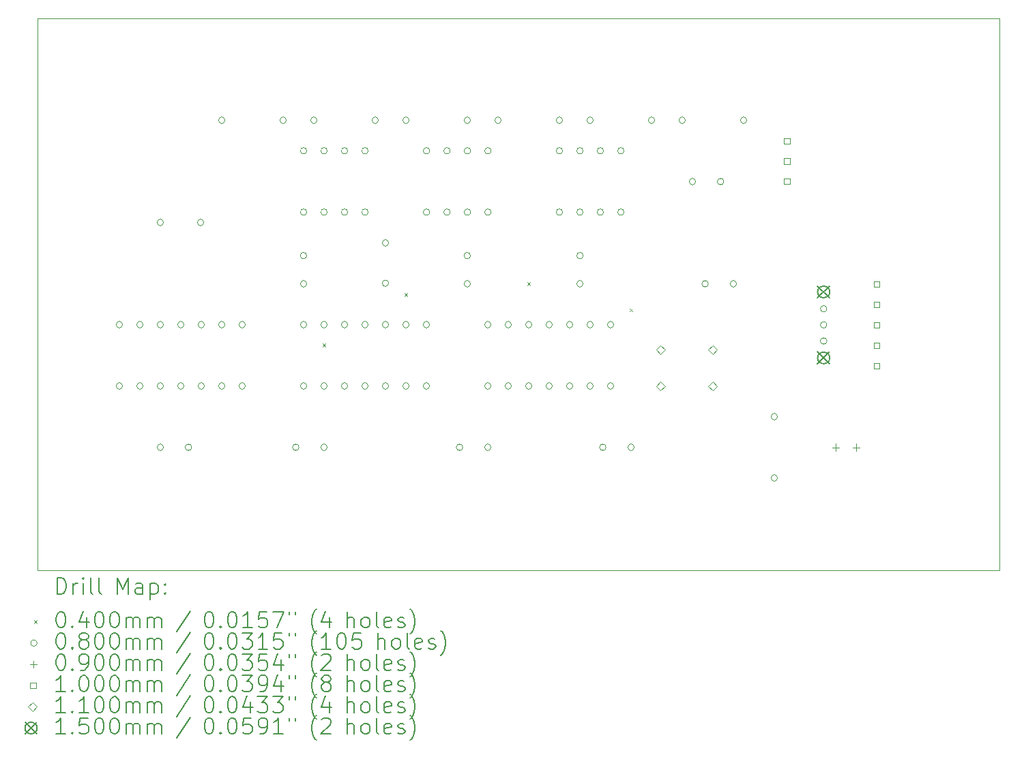
<source format=gbr>
%TF.GenerationSoftware,KiCad,Pcbnew,(7.0.0)*%
%TF.CreationDate,2023-05-14T14:46:31-04:00*%
%TF.ProjectId,8bc_clock,3862635f-636c-46f6-936b-2e6b69636164,rev?*%
%TF.SameCoordinates,Original*%
%TF.FileFunction,Drillmap*%
%TF.FilePolarity,Positive*%
%FSLAX45Y45*%
G04 Gerber Fmt 4.5, Leading zero omitted, Abs format (unit mm)*
G04 Created by KiCad (PCBNEW (7.0.0)) date 2023-05-14 14:46:31*
%MOMM*%
%LPD*%
G01*
G04 APERTURE LIST*
%ADD10C,0.100000*%
%ADD11C,0.200000*%
%ADD12C,0.040000*%
%ADD13C,0.080000*%
%ADD14C,0.090000*%
%ADD15C,0.110000*%
%ADD16C,0.150000*%
G04 APERTURE END LIST*
D10*
X7620000Y-5080000D02*
X19558000Y-5080000D01*
X19558000Y-5080000D02*
X19558000Y-11938000D01*
X19558000Y-11938000D02*
X7620000Y-11938000D01*
X7620000Y-11938000D02*
X7620000Y-5080000D01*
D11*
D12*
X11156000Y-9124000D02*
X11196000Y-9164000D01*
X11196000Y-9124000D02*
X11156000Y-9164000D01*
X12172000Y-8498550D02*
X12212000Y-8538550D01*
X12212000Y-8498550D02*
X12172000Y-8538550D01*
X13696000Y-8362000D02*
X13736000Y-8402000D01*
X13736000Y-8362000D02*
X13696000Y-8402000D01*
X14966000Y-8688450D02*
X15006000Y-8728450D01*
X15006000Y-8688450D02*
X14966000Y-8728450D01*
D13*
X8676000Y-8890000D02*
G75*
G03*
X8676000Y-8890000I-40000J0D01*
G01*
X8676000Y-9652000D02*
G75*
G03*
X8676000Y-9652000I-40000J0D01*
G01*
X8930000Y-8890000D02*
G75*
G03*
X8930000Y-8890000I-40000J0D01*
G01*
X8930000Y-9652000D02*
G75*
G03*
X8930000Y-9652000I-40000J0D01*
G01*
X9184000Y-7620000D02*
G75*
G03*
X9184000Y-7620000I-40000J0D01*
G01*
X9184000Y-8890000D02*
G75*
G03*
X9184000Y-8890000I-40000J0D01*
G01*
X9184000Y-9652000D02*
G75*
G03*
X9184000Y-9652000I-40000J0D01*
G01*
X9184000Y-10414000D02*
G75*
G03*
X9184000Y-10414000I-40000J0D01*
G01*
X9438000Y-8890000D02*
G75*
G03*
X9438000Y-8890000I-40000J0D01*
G01*
X9438000Y-9652000D02*
G75*
G03*
X9438000Y-9652000I-40000J0D01*
G01*
X9534000Y-10414000D02*
G75*
G03*
X9534000Y-10414000I-40000J0D01*
G01*
X9684000Y-7620000D02*
G75*
G03*
X9684000Y-7620000I-40000J0D01*
G01*
X9692000Y-8890000D02*
G75*
G03*
X9692000Y-8890000I-40000J0D01*
G01*
X9692000Y-9652000D02*
G75*
G03*
X9692000Y-9652000I-40000J0D01*
G01*
X9946000Y-6350000D02*
G75*
G03*
X9946000Y-6350000I-40000J0D01*
G01*
X9946000Y-8890000D02*
G75*
G03*
X9946000Y-8890000I-40000J0D01*
G01*
X9946000Y-9652000D02*
G75*
G03*
X9946000Y-9652000I-40000J0D01*
G01*
X10200000Y-8890000D02*
G75*
G03*
X10200000Y-8890000I-40000J0D01*
G01*
X10200000Y-9652000D02*
G75*
G03*
X10200000Y-9652000I-40000J0D01*
G01*
X10708000Y-6350000D02*
G75*
G03*
X10708000Y-6350000I-40000J0D01*
G01*
X10866000Y-10414000D02*
G75*
G03*
X10866000Y-10414000I-40000J0D01*
G01*
X10962000Y-6730000D02*
G75*
G03*
X10962000Y-6730000I-40000J0D01*
G01*
X10962000Y-7492000D02*
G75*
G03*
X10962000Y-7492000I-40000J0D01*
G01*
X10962000Y-8032000D02*
G75*
G03*
X10962000Y-8032000I-40000J0D01*
G01*
X10962000Y-8382000D02*
G75*
G03*
X10962000Y-8382000I-40000J0D01*
G01*
X10962000Y-8890000D02*
G75*
G03*
X10962000Y-8890000I-40000J0D01*
G01*
X10962000Y-9652000D02*
G75*
G03*
X10962000Y-9652000I-40000J0D01*
G01*
X11089000Y-6350000D02*
G75*
G03*
X11089000Y-6350000I-40000J0D01*
G01*
X11216000Y-6730000D02*
G75*
G03*
X11216000Y-6730000I-40000J0D01*
G01*
X11216000Y-7492000D02*
G75*
G03*
X11216000Y-7492000I-40000J0D01*
G01*
X11216000Y-8890000D02*
G75*
G03*
X11216000Y-8890000I-40000J0D01*
G01*
X11216000Y-9652000D02*
G75*
G03*
X11216000Y-9652000I-40000J0D01*
G01*
X11216000Y-10414000D02*
G75*
G03*
X11216000Y-10414000I-40000J0D01*
G01*
X11470000Y-6730000D02*
G75*
G03*
X11470000Y-6730000I-40000J0D01*
G01*
X11470000Y-7492000D02*
G75*
G03*
X11470000Y-7492000I-40000J0D01*
G01*
X11470000Y-8890000D02*
G75*
G03*
X11470000Y-8890000I-40000J0D01*
G01*
X11470000Y-9652000D02*
G75*
G03*
X11470000Y-9652000I-40000J0D01*
G01*
X11724000Y-6730000D02*
G75*
G03*
X11724000Y-6730000I-40000J0D01*
G01*
X11724000Y-7492000D02*
G75*
G03*
X11724000Y-7492000I-40000J0D01*
G01*
X11724000Y-8890000D02*
G75*
G03*
X11724000Y-8890000I-40000J0D01*
G01*
X11724000Y-9652000D02*
G75*
G03*
X11724000Y-9652000I-40000J0D01*
G01*
X11851000Y-6350000D02*
G75*
G03*
X11851000Y-6350000I-40000J0D01*
G01*
X11978000Y-7874000D02*
G75*
G03*
X11978000Y-7874000I-40000J0D01*
G01*
X11978000Y-8374000D02*
G75*
G03*
X11978000Y-8374000I-40000J0D01*
G01*
X11978000Y-8890000D02*
G75*
G03*
X11978000Y-8890000I-40000J0D01*
G01*
X11978000Y-9652000D02*
G75*
G03*
X11978000Y-9652000I-40000J0D01*
G01*
X12232000Y-6350000D02*
G75*
G03*
X12232000Y-6350000I-40000J0D01*
G01*
X12232000Y-8890000D02*
G75*
G03*
X12232000Y-8890000I-40000J0D01*
G01*
X12232000Y-9652000D02*
G75*
G03*
X12232000Y-9652000I-40000J0D01*
G01*
X12486000Y-8890000D02*
G75*
G03*
X12486000Y-8890000I-40000J0D01*
G01*
X12486000Y-9652000D02*
G75*
G03*
X12486000Y-9652000I-40000J0D01*
G01*
X12488000Y-6730000D02*
G75*
G03*
X12488000Y-6730000I-40000J0D01*
G01*
X12488000Y-7492000D02*
G75*
G03*
X12488000Y-7492000I-40000J0D01*
G01*
X12742000Y-6730000D02*
G75*
G03*
X12742000Y-6730000I-40000J0D01*
G01*
X12742000Y-7492000D02*
G75*
G03*
X12742000Y-7492000I-40000J0D01*
G01*
X12898000Y-10414000D02*
G75*
G03*
X12898000Y-10414000I-40000J0D01*
G01*
X12994000Y-6350000D02*
G75*
G03*
X12994000Y-6350000I-40000J0D01*
G01*
X12994000Y-8032000D02*
G75*
G03*
X12994000Y-8032000I-40000J0D01*
G01*
X12994000Y-8382000D02*
G75*
G03*
X12994000Y-8382000I-40000J0D01*
G01*
X12996000Y-6730000D02*
G75*
G03*
X12996000Y-6730000I-40000J0D01*
G01*
X12996000Y-7492000D02*
G75*
G03*
X12996000Y-7492000I-40000J0D01*
G01*
X13248000Y-8890000D02*
G75*
G03*
X13248000Y-8890000I-40000J0D01*
G01*
X13248000Y-9652000D02*
G75*
G03*
X13248000Y-9652000I-40000J0D01*
G01*
X13248000Y-10414000D02*
G75*
G03*
X13248000Y-10414000I-40000J0D01*
G01*
X13250000Y-6730000D02*
G75*
G03*
X13250000Y-6730000I-40000J0D01*
G01*
X13250000Y-7492000D02*
G75*
G03*
X13250000Y-7492000I-40000J0D01*
G01*
X13375000Y-6350000D02*
G75*
G03*
X13375000Y-6350000I-40000J0D01*
G01*
X13502000Y-8890000D02*
G75*
G03*
X13502000Y-8890000I-40000J0D01*
G01*
X13502000Y-9652000D02*
G75*
G03*
X13502000Y-9652000I-40000J0D01*
G01*
X13756000Y-8890000D02*
G75*
G03*
X13756000Y-8890000I-40000J0D01*
G01*
X13756000Y-9652000D02*
G75*
G03*
X13756000Y-9652000I-40000J0D01*
G01*
X14010000Y-8890000D02*
G75*
G03*
X14010000Y-8890000I-40000J0D01*
G01*
X14010000Y-9652000D02*
G75*
G03*
X14010000Y-9652000I-40000J0D01*
G01*
X14137000Y-6350000D02*
G75*
G03*
X14137000Y-6350000I-40000J0D01*
G01*
X14138000Y-6730000D02*
G75*
G03*
X14138000Y-6730000I-40000J0D01*
G01*
X14138000Y-7492000D02*
G75*
G03*
X14138000Y-7492000I-40000J0D01*
G01*
X14264000Y-8890000D02*
G75*
G03*
X14264000Y-8890000I-40000J0D01*
G01*
X14264000Y-9652000D02*
G75*
G03*
X14264000Y-9652000I-40000J0D01*
G01*
X14392000Y-6730000D02*
G75*
G03*
X14392000Y-6730000I-40000J0D01*
G01*
X14392000Y-7492000D02*
G75*
G03*
X14392000Y-7492000I-40000J0D01*
G01*
X14392000Y-8032000D02*
G75*
G03*
X14392000Y-8032000I-40000J0D01*
G01*
X14392000Y-8382000D02*
G75*
G03*
X14392000Y-8382000I-40000J0D01*
G01*
X14518000Y-6350000D02*
G75*
G03*
X14518000Y-6350000I-40000J0D01*
G01*
X14518000Y-8890000D02*
G75*
G03*
X14518000Y-8890000I-40000J0D01*
G01*
X14518000Y-9652000D02*
G75*
G03*
X14518000Y-9652000I-40000J0D01*
G01*
X14646000Y-6730000D02*
G75*
G03*
X14646000Y-6730000I-40000J0D01*
G01*
X14646000Y-7492000D02*
G75*
G03*
X14646000Y-7492000I-40000J0D01*
G01*
X14676000Y-10414000D02*
G75*
G03*
X14676000Y-10414000I-40000J0D01*
G01*
X14772000Y-8890000D02*
G75*
G03*
X14772000Y-8890000I-40000J0D01*
G01*
X14772000Y-9652000D02*
G75*
G03*
X14772000Y-9652000I-40000J0D01*
G01*
X14900000Y-6730000D02*
G75*
G03*
X14900000Y-6730000I-40000J0D01*
G01*
X14900000Y-7492000D02*
G75*
G03*
X14900000Y-7492000I-40000J0D01*
G01*
X15026000Y-10414000D02*
G75*
G03*
X15026000Y-10414000I-40000J0D01*
G01*
X15280000Y-6350000D02*
G75*
G03*
X15280000Y-6350000I-40000J0D01*
G01*
X15661000Y-6350000D02*
G75*
G03*
X15661000Y-6350000I-40000J0D01*
G01*
X15788000Y-7112000D02*
G75*
G03*
X15788000Y-7112000I-40000J0D01*
G01*
X15946000Y-8382000D02*
G75*
G03*
X15946000Y-8382000I-40000J0D01*
G01*
X16138000Y-7112000D02*
G75*
G03*
X16138000Y-7112000I-40000J0D01*
G01*
X16296000Y-8382000D02*
G75*
G03*
X16296000Y-8382000I-40000J0D01*
G01*
X16423000Y-6350000D02*
G75*
G03*
X16423000Y-6350000I-40000J0D01*
G01*
X16804000Y-10033000D02*
G75*
G03*
X16804000Y-10033000I-40000J0D01*
G01*
X16804000Y-10795000D02*
G75*
G03*
X16804000Y-10795000I-40000J0D01*
G01*
X17416500Y-8693000D02*
G75*
G03*
X17416500Y-8693000I-40000J0D01*
G01*
X17416500Y-8893000D02*
G75*
G03*
X17416500Y-8893000I-40000J0D01*
G01*
X17416500Y-9093000D02*
G75*
G03*
X17416500Y-9093000I-40000J0D01*
G01*
D14*
X17526000Y-10369000D02*
X17526000Y-10459000D01*
X17481000Y-10414000D02*
X17571000Y-10414000D01*
X17780000Y-10369000D02*
X17780000Y-10459000D01*
X17735000Y-10414000D02*
X17825000Y-10414000D01*
D10*
X16956356Y-6643356D02*
X16956356Y-6572644D01*
X16885644Y-6572644D01*
X16885644Y-6643356D01*
X16956356Y-6643356D01*
X16956356Y-6893356D02*
X16956356Y-6822644D01*
X16885644Y-6822644D01*
X16885644Y-6893356D01*
X16956356Y-6893356D01*
X16956356Y-7143356D02*
X16956356Y-7072644D01*
X16885644Y-7072644D01*
X16885644Y-7143356D01*
X16956356Y-7143356D01*
X18071856Y-8420356D02*
X18071856Y-8349644D01*
X18001144Y-8349644D01*
X18001144Y-8420356D01*
X18071856Y-8420356D01*
X18071856Y-8674356D02*
X18071856Y-8603644D01*
X18001144Y-8603644D01*
X18001144Y-8674356D01*
X18071856Y-8674356D01*
X18071856Y-8928356D02*
X18071856Y-8857644D01*
X18001144Y-8857644D01*
X18001144Y-8928356D01*
X18071856Y-8928356D01*
X18071856Y-9182356D02*
X18071856Y-9111644D01*
X18001144Y-9111644D01*
X18001144Y-9182356D01*
X18071856Y-9182356D01*
X18071856Y-9436356D02*
X18071856Y-9365644D01*
X18001144Y-9365644D01*
X18001144Y-9436356D01*
X18071856Y-9436356D01*
D15*
X15352000Y-9257000D02*
X15407000Y-9202000D01*
X15352000Y-9147000D01*
X15297000Y-9202000D01*
X15352000Y-9257000D01*
X15352000Y-9707000D02*
X15407000Y-9652000D01*
X15352000Y-9597000D01*
X15297000Y-9652000D01*
X15352000Y-9707000D01*
X16002000Y-9257000D02*
X16057000Y-9202000D01*
X16002000Y-9147000D01*
X15947000Y-9202000D01*
X16002000Y-9257000D01*
X16002000Y-9707000D02*
X16057000Y-9652000D01*
X16002000Y-9597000D01*
X15947000Y-9652000D01*
X16002000Y-9707000D01*
D16*
X17301500Y-8408000D02*
X17451500Y-8558000D01*
X17451500Y-8408000D02*
X17301500Y-8558000D01*
X17451500Y-8483000D02*
G75*
G03*
X17451500Y-8483000I-75000J0D01*
G01*
X17301500Y-9228000D02*
X17451500Y-9378000D01*
X17451500Y-9228000D02*
X17301500Y-9378000D01*
X17451500Y-9303000D02*
G75*
G03*
X17451500Y-9303000I-75000J0D01*
G01*
D11*
X7862619Y-12236476D02*
X7862619Y-12036476D01*
X7862619Y-12036476D02*
X7910238Y-12036476D01*
X7910238Y-12036476D02*
X7938809Y-12046000D01*
X7938809Y-12046000D02*
X7957857Y-12065048D01*
X7957857Y-12065048D02*
X7967381Y-12084095D01*
X7967381Y-12084095D02*
X7976905Y-12122190D01*
X7976905Y-12122190D02*
X7976905Y-12150762D01*
X7976905Y-12150762D02*
X7967381Y-12188857D01*
X7967381Y-12188857D02*
X7957857Y-12207905D01*
X7957857Y-12207905D02*
X7938809Y-12226952D01*
X7938809Y-12226952D02*
X7910238Y-12236476D01*
X7910238Y-12236476D02*
X7862619Y-12236476D01*
X8062619Y-12236476D02*
X8062619Y-12103143D01*
X8062619Y-12141238D02*
X8072143Y-12122190D01*
X8072143Y-12122190D02*
X8081667Y-12112667D01*
X8081667Y-12112667D02*
X8100714Y-12103143D01*
X8100714Y-12103143D02*
X8119762Y-12103143D01*
X8186428Y-12236476D02*
X8186428Y-12103143D01*
X8186428Y-12036476D02*
X8176905Y-12046000D01*
X8176905Y-12046000D02*
X8186428Y-12055524D01*
X8186428Y-12055524D02*
X8195952Y-12046000D01*
X8195952Y-12046000D02*
X8186428Y-12036476D01*
X8186428Y-12036476D02*
X8186428Y-12055524D01*
X8310238Y-12236476D02*
X8291190Y-12226952D01*
X8291190Y-12226952D02*
X8281667Y-12207905D01*
X8281667Y-12207905D02*
X8281667Y-12036476D01*
X8415000Y-12236476D02*
X8395952Y-12226952D01*
X8395952Y-12226952D02*
X8386428Y-12207905D01*
X8386428Y-12207905D02*
X8386428Y-12036476D01*
X8611190Y-12236476D02*
X8611190Y-12036476D01*
X8611190Y-12036476D02*
X8677857Y-12179333D01*
X8677857Y-12179333D02*
X8744524Y-12036476D01*
X8744524Y-12036476D02*
X8744524Y-12236476D01*
X8925476Y-12236476D02*
X8925476Y-12131714D01*
X8925476Y-12131714D02*
X8915952Y-12112667D01*
X8915952Y-12112667D02*
X8896905Y-12103143D01*
X8896905Y-12103143D02*
X8858809Y-12103143D01*
X8858809Y-12103143D02*
X8839762Y-12112667D01*
X8925476Y-12226952D02*
X8906429Y-12236476D01*
X8906429Y-12236476D02*
X8858809Y-12236476D01*
X8858809Y-12236476D02*
X8839762Y-12226952D01*
X8839762Y-12226952D02*
X8830238Y-12207905D01*
X8830238Y-12207905D02*
X8830238Y-12188857D01*
X8830238Y-12188857D02*
X8839762Y-12169809D01*
X8839762Y-12169809D02*
X8858809Y-12160286D01*
X8858809Y-12160286D02*
X8906429Y-12160286D01*
X8906429Y-12160286D02*
X8925476Y-12150762D01*
X9020714Y-12103143D02*
X9020714Y-12303143D01*
X9020714Y-12112667D02*
X9039762Y-12103143D01*
X9039762Y-12103143D02*
X9077857Y-12103143D01*
X9077857Y-12103143D02*
X9096905Y-12112667D01*
X9096905Y-12112667D02*
X9106429Y-12122190D01*
X9106429Y-12122190D02*
X9115952Y-12141238D01*
X9115952Y-12141238D02*
X9115952Y-12198381D01*
X9115952Y-12198381D02*
X9106429Y-12217428D01*
X9106429Y-12217428D02*
X9096905Y-12226952D01*
X9096905Y-12226952D02*
X9077857Y-12236476D01*
X9077857Y-12236476D02*
X9039762Y-12236476D01*
X9039762Y-12236476D02*
X9020714Y-12226952D01*
X9201667Y-12217428D02*
X9211190Y-12226952D01*
X9211190Y-12226952D02*
X9201667Y-12236476D01*
X9201667Y-12236476D02*
X9192143Y-12226952D01*
X9192143Y-12226952D02*
X9201667Y-12217428D01*
X9201667Y-12217428D02*
X9201667Y-12236476D01*
X9201667Y-12112667D02*
X9211190Y-12122190D01*
X9211190Y-12122190D02*
X9201667Y-12131714D01*
X9201667Y-12131714D02*
X9192143Y-12122190D01*
X9192143Y-12122190D02*
X9201667Y-12112667D01*
X9201667Y-12112667D02*
X9201667Y-12131714D01*
D12*
X7575000Y-12563000D02*
X7615000Y-12603000D01*
X7615000Y-12563000D02*
X7575000Y-12603000D01*
D11*
X7900714Y-12456476D02*
X7919762Y-12456476D01*
X7919762Y-12456476D02*
X7938809Y-12466000D01*
X7938809Y-12466000D02*
X7948333Y-12475524D01*
X7948333Y-12475524D02*
X7957857Y-12494571D01*
X7957857Y-12494571D02*
X7967381Y-12532667D01*
X7967381Y-12532667D02*
X7967381Y-12580286D01*
X7967381Y-12580286D02*
X7957857Y-12618381D01*
X7957857Y-12618381D02*
X7948333Y-12637428D01*
X7948333Y-12637428D02*
X7938809Y-12646952D01*
X7938809Y-12646952D02*
X7919762Y-12656476D01*
X7919762Y-12656476D02*
X7900714Y-12656476D01*
X7900714Y-12656476D02*
X7881667Y-12646952D01*
X7881667Y-12646952D02*
X7872143Y-12637428D01*
X7872143Y-12637428D02*
X7862619Y-12618381D01*
X7862619Y-12618381D02*
X7853095Y-12580286D01*
X7853095Y-12580286D02*
X7853095Y-12532667D01*
X7853095Y-12532667D02*
X7862619Y-12494571D01*
X7862619Y-12494571D02*
X7872143Y-12475524D01*
X7872143Y-12475524D02*
X7881667Y-12466000D01*
X7881667Y-12466000D02*
X7900714Y-12456476D01*
X8053095Y-12637428D02*
X8062619Y-12646952D01*
X8062619Y-12646952D02*
X8053095Y-12656476D01*
X8053095Y-12656476D02*
X8043571Y-12646952D01*
X8043571Y-12646952D02*
X8053095Y-12637428D01*
X8053095Y-12637428D02*
X8053095Y-12656476D01*
X8234048Y-12523143D02*
X8234048Y-12656476D01*
X8186428Y-12446952D02*
X8138809Y-12589809D01*
X8138809Y-12589809D02*
X8262619Y-12589809D01*
X8376905Y-12456476D02*
X8395952Y-12456476D01*
X8395952Y-12456476D02*
X8415000Y-12466000D01*
X8415000Y-12466000D02*
X8424524Y-12475524D01*
X8424524Y-12475524D02*
X8434048Y-12494571D01*
X8434048Y-12494571D02*
X8443571Y-12532667D01*
X8443571Y-12532667D02*
X8443571Y-12580286D01*
X8443571Y-12580286D02*
X8434048Y-12618381D01*
X8434048Y-12618381D02*
X8424524Y-12637428D01*
X8424524Y-12637428D02*
X8415000Y-12646952D01*
X8415000Y-12646952D02*
X8395952Y-12656476D01*
X8395952Y-12656476D02*
X8376905Y-12656476D01*
X8376905Y-12656476D02*
X8357857Y-12646952D01*
X8357857Y-12646952D02*
X8348333Y-12637428D01*
X8348333Y-12637428D02*
X8338809Y-12618381D01*
X8338809Y-12618381D02*
X8329286Y-12580286D01*
X8329286Y-12580286D02*
X8329286Y-12532667D01*
X8329286Y-12532667D02*
X8338809Y-12494571D01*
X8338809Y-12494571D02*
X8348333Y-12475524D01*
X8348333Y-12475524D02*
X8357857Y-12466000D01*
X8357857Y-12466000D02*
X8376905Y-12456476D01*
X8567381Y-12456476D02*
X8586429Y-12456476D01*
X8586429Y-12456476D02*
X8605476Y-12466000D01*
X8605476Y-12466000D02*
X8615000Y-12475524D01*
X8615000Y-12475524D02*
X8624524Y-12494571D01*
X8624524Y-12494571D02*
X8634048Y-12532667D01*
X8634048Y-12532667D02*
X8634048Y-12580286D01*
X8634048Y-12580286D02*
X8624524Y-12618381D01*
X8624524Y-12618381D02*
X8615000Y-12637428D01*
X8615000Y-12637428D02*
X8605476Y-12646952D01*
X8605476Y-12646952D02*
X8586429Y-12656476D01*
X8586429Y-12656476D02*
X8567381Y-12656476D01*
X8567381Y-12656476D02*
X8548333Y-12646952D01*
X8548333Y-12646952D02*
X8538810Y-12637428D01*
X8538810Y-12637428D02*
X8529286Y-12618381D01*
X8529286Y-12618381D02*
X8519762Y-12580286D01*
X8519762Y-12580286D02*
X8519762Y-12532667D01*
X8519762Y-12532667D02*
X8529286Y-12494571D01*
X8529286Y-12494571D02*
X8538810Y-12475524D01*
X8538810Y-12475524D02*
X8548333Y-12466000D01*
X8548333Y-12466000D02*
X8567381Y-12456476D01*
X8719762Y-12656476D02*
X8719762Y-12523143D01*
X8719762Y-12542190D02*
X8729286Y-12532667D01*
X8729286Y-12532667D02*
X8748333Y-12523143D01*
X8748333Y-12523143D02*
X8776905Y-12523143D01*
X8776905Y-12523143D02*
X8795952Y-12532667D01*
X8795952Y-12532667D02*
X8805476Y-12551714D01*
X8805476Y-12551714D02*
X8805476Y-12656476D01*
X8805476Y-12551714D02*
X8815000Y-12532667D01*
X8815000Y-12532667D02*
X8834048Y-12523143D01*
X8834048Y-12523143D02*
X8862619Y-12523143D01*
X8862619Y-12523143D02*
X8881667Y-12532667D01*
X8881667Y-12532667D02*
X8891191Y-12551714D01*
X8891191Y-12551714D02*
X8891191Y-12656476D01*
X8986429Y-12656476D02*
X8986429Y-12523143D01*
X8986429Y-12542190D02*
X8995952Y-12532667D01*
X8995952Y-12532667D02*
X9015000Y-12523143D01*
X9015000Y-12523143D02*
X9043572Y-12523143D01*
X9043572Y-12523143D02*
X9062619Y-12532667D01*
X9062619Y-12532667D02*
X9072143Y-12551714D01*
X9072143Y-12551714D02*
X9072143Y-12656476D01*
X9072143Y-12551714D02*
X9081667Y-12532667D01*
X9081667Y-12532667D02*
X9100714Y-12523143D01*
X9100714Y-12523143D02*
X9129286Y-12523143D01*
X9129286Y-12523143D02*
X9148333Y-12532667D01*
X9148333Y-12532667D02*
X9157857Y-12551714D01*
X9157857Y-12551714D02*
X9157857Y-12656476D01*
X9515952Y-12446952D02*
X9344524Y-12704095D01*
X9740714Y-12456476D02*
X9759762Y-12456476D01*
X9759762Y-12456476D02*
X9778810Y-12466000D01*
X9778810Y-12466000D02*
X9788333Y-12475524D01*
X9788333Y-12475524D02*
X9797857Y-12494571D01*
X9797857Y-12494571D02*
X9807381Y-12532667D01*
X9807381Y-12532667D02*
X9807381Y-12580286D01*
X9807381Y-12580286D02*
X9797857Y-12618381D01*
X9797857Y-12618381D02*
X9788333Y-12637428D01*
X9788333Y-12637428D02*
X9778810Y-12646952D01*
X9778810Y-12646952D02*
X9759762Y-12656476D01*
X9759762Y-12656476D02*
X9740714Y-12656476D01*
X9740714Y-12656476D02*
X9721667Y-12646952D01*
X9721667Y-12646952D02*
X9712143Y-12637428D01*
X9712143Y-12637428D02*
X9702619Y-12618381D01*
X9702619Y-12618381D02*
X9693095Y-12580286D01*
X9693095Y-12580286D02*
X9693095Y-12532667D01*
X9693095Y-12532667D02*
X9702619Y-12494571D01*
X9702619Y-12494571D02*
X9712143Y-12475524D01*
X9712143Y-12475524D02*
X9721667Y-12466000D01*
X9721667Y-12466000D02*
X9740714Y-12456476D01*
X9893095Y-12637428D02*
X9902619Y-12646952D01*
X9902619Y-12646952D02*
X9893095Y-12656476D01*
X9893095Y-12656476D02*
X9883572Y-12646952D01*
X9883572Y-12646952D02*
X9893095Y-12637428D01*
X9893095Y-12637428D02*
X9893095Y-12656476D01*
X10026429Y-12456476D02*
X10045476Y-12456476D01*
X10045476Y-12456476D02*
X10064524Y-12466000D01*
X10064524Y-12466000D02*
X10074048Y-12475524D01*
X10074048Y-12475524D02*
X10083572Y-12494571D01*
X10083572Y-12494571D02*
X10093095Y-12532667D01*
X10093095Y-12532667D02*
X10093095Y-12580286D01*
X10093095Y-12580286D02*
X10083572Y-12618381D01*
X10083572Y-12618381D02*
X10074048Y-12637428D01*
X10074048Y-12637428D02*
X10064524Y-12646952D01*
X10064524Y-12646952D02*
X10045476Y-12656476D01*
X10045476Y-12656476D02*
X10026429Y-12656476D01*
X10026429Y-12656476D02*
X10007381Y-12646952D01*
X10007381Y-12646952D02*
X9997857Y-12637428D01*
X9997857Y-12637428D02*
X9988333Y-12618381D01*
X9988333Y-12618381D02*
X9978810Y-12580286D01*
X9978810Y-12580286D02*
X9978810Y-12532667D01*
X9978810Y-12532667D02*
X9988333Y-12494571D01*
X9988333Y-12494571D02*
X9997857Y-12475524D01*
X9997857Y-12475524D02*
X10007381Y-12466000D01*
X10007381Y-12466000D02*
X10026429Y-12456476D01*
X10283572Y-12656476D02*
X10169286Y-12656476D01*
X10226429Y-12656476D02*
X10226429Y-12456476D01*
X10226429Y-12456476D02*
X10207381Y-12485048D01*
X10207381Y-12485048D02*
X10188333Y-12504095D01*
X10188333Y-12504095D02*
X10169286Y-12513619D01*
X10464524Y-12456476D02*
X10369286Y-12456476D01*
X10369286Y-12456476D02*
X10359762Y-12551714D01*
X10359762Y-12551714D02*
X10369286Y-12542190D01*
X10369286Y-12542190D02*
X10388333Y-12532667D01*
X10388333Y-12532667D02*
X10435953Y-12532667D01*
X10435953Y-12532667D02*
X10455000Y-12542190D01*
X10455000Y-12542190D02*
X10464524Y-12551714D01*
X10464524Y-12551714D02*
X10474048Y-12570762D01*
X10474048Y-12570762D02*
X10474048Y-12618381D01*
X10474048Y-12618381D02*
X10464524Y-12637428D01*
X10464524Y-12637428D02*
X10455000Y-12646952D01*
X10455000Y-12646952D02*
X10435953Y-12656476D01*
X10435953Y-12656476D02*
X10388333Y-12656476D01*
X10388333Y-12656476D02*
X10369286Y-12646952D01*
X10369286Y-12646952D02*
X10359762Y-12637428D01*
X10540714Y-12456476D02*
X10674048Y-12456476D01*
X10674048Y-12456476D02*
X10588333Y-12656476D01*
X10740714Y-12456476D02*
X10740714Y-12494571D01*
X10816905Y-12456476D02*
X10816905Y-12494571D01*
X11079762Y-12732667D02*
X11070238Y-12723143D01*
X11070238Y-12723143D02*
X11051191Y-12694571D01*
X11051191Y-12694571D02*
X11041667Y-12675524D01*
X11041667Y-12675524D02*
X11032143Y-12646952D01*
X11032143Y-12646952D02*
X11022619Y-12599333D01*
X11022619Y-12599333D02*
X11022619Y-12561238D01*
X11022619Y-12561238D02*
X11032143Y-12513619D01*
X11032143Y-12513619D02*
X11041667Y-12485048D01*
X11041667Y-12485048D02*
X11051191Y-12466000D01*
X11051191Y-12466000D02*
X11070238Y-12437428D01*
X11070238Y-12437428D02*
X11079762Y-12427905D01*
X11241667Y-12523143D02*
X11241667Y-12656476D01*
X11194048Y-12446952D02*
X11146429Y-12589809D01*
X11146429Y-12589809D02*
X11270238Y-12589809D01*
X11466429Y-12656476D02*
X11466429Y-12456476D01*
X11552143Y-12656476D02*
X11552143Y-12551714D01*
X11552143Y-12551714D02*
X11542619Y-12532667D01*
X11542619Y-12532667D02*
X11523572Y-12523143D01*
X11523572Y-12523143D02*
X11495000Y-12523143D01*
X11495000Y-12523143D02*
X11475952Y-12532667D01*
X11475952Y-12532667D02*
X11466429Y-12542190D01*
X11675952Y-12656476D02*
X11656905Y-12646952D01*
X11656905Y-12646952D02*
X11647381Y-12637428D01*
X11647381Y-12637428D02*
X11637857Y-12618381D01*
X11637857Y-12618381D02*
X11637857Y-12561238D01*
X11637857Y-12561238D02*
X11647381Y-12542190D01*
X11647381Y-12542190D02*
X11656905Y-12532667D01*
X11656905Y-12532667D02*
X11675952Y-12523143D01*
X11675952Y-12523143D02*
X11704524Y-12523143D01*
X11704524Y-12523143D02*
X11723572Y-12532667D01*
X11723572Y-12532667D02*
X11733095Y-12542190D01*
X11733095Y-12542190D02*
X11742619Y-12561238D01*
X11742619Y-12561238D02*
X11742619Y-12618381D01*
X11742619Y-12618381D02*
X11733095Y-12637428D01*
X11733095Y-12637428D02*
X11723572Y-12646952D01*
X11723572Y-12646952D02*
X11704524Y-12656476D01*
X11704524Y-12656476D02*
X11675952Y-12656476D01*
X11856905Y-12656476D02*
X11837857Y-12646952D01*
X11837857Y-12646952D02*
X11828333Y-12627905D01*
X11828333Y-12627905D02*
X11828333Y-12456476D01*
X12009286Y-12646952D02*
X11990238Y-12656476D01*
X11990238Y-12656476D02*
X11952143Y-12656476D01*
X11952143Y-12656476D02*
X11933095Y-12646952D01*
X11933095Y-12646952D02*
X11923572Y-12627905D01*
X11923572Y-12627905D02*
X11923572Y-12551714D01*
X11923572Y-12551714D02*
X11933095Y-12532667D01*
X11933095Y-12532667D02*
X11952143Y-12523143D01*
X11952143Y-12523143D02*
X11990238Y-12523143D01*
X11990238Y-12523143D02*
X12009286Y-12532667D01*
X12009286Y-12532667D02*
X12018810Y-12551714D01*
X12018810Y-12551714D02*
X12018810Y-12570762D01*
X12018810Y-12570762D02*
X11923572Y-12589809D01*
X12095000Y-12646952D02*
X12114048Y-12656476D01*
X12114048Y-12656476D02*
X12152143Y-12656476D01*
X12152143Y-12656476D02*
X12171191Y-12646952D01*
X12171191Y-12646952D02*
X12180714Y-12627905D01*
X12180714Y-12627905D02*
X12180714Y-12618381D01*
X12180714Y-12618381D02*
X12171191Y-12599333D01*
X12171191Y-12599333D02*
X12152143Y-12589809D01*
X12152143Y-12589809D02*
X12123572Y-12589809D01*
X12123572Y-12589809D02*
X12104524Y-12580286D01*
X12104524Y-12580286D02*
X12095000Y-12561238D01*
X12095000Y-12561238D02*
X12095000Y-12551714D01*
X12095000Y-12551714D02*
X12104524Y-12532667D01*
X12104524Y-12532667D02*
X12123572Y-12523143D01*
X12123572Y-12523143D02*
X12152143Y-12523143D01*
X12152143Y-12523143D02*
X12171191Y-12532667D01*
X12247381Y-12732667D02*
X12256905Y-12723143D01*
X12256905Y-12723143D02*
X12275953Y-12694571D01*
X12275953Y-12694571D02*
X12285476Y-12675524D01*
X12285476Y-12675524D02*
X12295000Y-12646952D01*
X12295000Y-12646952D02*
X12304524Y-12599333D01*
X12304524Y-12599333D02*
X12304524Y-12561238D01*
X12304524Y-12561238D02*
X12295000Y-12513619D01*
X12295000Y-12513619D02*
X12285476Y-12485048D01*
X12285476Y-12485048D02*
X12275953Y-12466000D01*
X12275953Y-12466000D02*
X12256905Y-12437428D01*
X12256905Y-12437428D02*
X12247381Y-12427905D01*
D13*
X7615000Y-12847000D02*
G75*
G03*
X7615000Y-12847000I-40000J0D01*
G01*
D11*
X7900714Y-12720476D02*
X7919762Y-12720476D01*
X7919762Y-12720476D02*
X7938809Y-12730000D01*
X7938809Y-12730000D02*
X7948333Y-12739524D01*
X7948333Y-12739524D02*
X7957857Y-12758571D01*
X7957857Y-12758571D02*
X7967381Y-12796667D01*
X7967381Y-12796667D02*
X7967381Y-12844286D01*
X7967381Y-12844286D02*
X7957857Y-12882381D01*
X7957857Y-12882381D02*
X7948333Y-12901428D01*
X7948333Y-12901428D02*
X7938809Y-12910952D01*
X7938809Y-12910952D02*
X7919762Y-12920476D01*
X7919762Y-12920476D02*
X7900714Y-12920476D01*
X7900714Y-12920476D02*
X7881667Y-12910952D01*
X7881667Y-12910952D02*
X7872143Y-12901428D01*
X7872143Y-12901428D02*
X7862619Y-12882381D01*
X7862619Y-12882381D02*
X7853095Y-12844286D01*
X7853095Y-12844286D02*
X7853095Y-12796667D01*
X7853095Y-12796667D02*
X7862619Y-12758571D01*
X7862619Y-12758571D02*
X7872143Y-12739524D01*
X7872143Y-12739524D02*
X7881667Y-12730000D01*
X7881667Y-12730000D02*
X7900714Y-12720476D01*
X8053095Y-12901428D02*
X8062619Y-12910952D01*
X8062619Y-12910952D02*
X8053095Y-12920476D01*
X8053095Y-12920476D02*
X8043571Y-12910952D01*
X8043571Y-12910952D02*
X8053095Y-12901428D01*
X8053095Y-12901428D02*
X8053095Y-12920476D01*
X8176905Y-12806190D02*
X8157857Y-12796667D01*
X8157857Y-12796667D02*
X8148333Y-12787143D01*
X8148333Y-12787143D02*
X8138809Y-12768095D01*
X8138809Y-12768095D02*
X8138809Y-12758571D01*
X8138809Y-12758571D02*
X8148333Y-12739524D01*
X8148333Y-12739524D02*
X8157857Y-12730000D01*
X8157857Y-12730000D02*
X8176905Y-12720476D01*
X8176905Y-12720476D02*
X8215000Y-12720476D01*
X8215000Y-12720476D02*
X8234048Y-12730000D01*
X8234048Y-12730000D02*
X8243571Y-12739524D01*
X8243571Y-12739524D02*
X8253095Y-12758571D01*
X8253095Y-12758571D02*
X8253095Y-12768095D01*
X8253095Y-12768095D02*
X8243571Y-12787143D01*
X8243571Y-12787143D02*
X8234048Y-12796667D01*
X8234048Y-12796667D02*
X8215000Y-12806190D01*
X8215000Y-12806190D02*
X8176905Y-12806190D01*
X8176905Y-12806190D02*
X8157857Y-12815714D01*
X8157857Y-12815714D02*
X8148333Y-12825238D01*
X8148333Y-12825238D02*
X8138809Y-12844286D01*
X8138809Y-12844286D02*
X8138809Y-12882381D01*
X8138809Y-12882381D02*
X8148333Y-12901428D01*
X8148333Y-12901428D02*
X8157857Y-12910952D01*
X8157857Y-12910952D02*
X8176905Y-12920476D01*
X8176905Y-12920476D02*
X8215000Y-12920476D01*
X8215000Y-12920476D02*
X8234048Y-12910952D01*
X8234048Y-12910952D02*
X8243571Y-12901428D01*
X8243571Y-12901428D02*
X8253095Y-12882381D01*
X8253095Y-12882381D02*
X8253095Y-12844286D01*
X8253095Y-12844286D02*
X8243571Y-12825238D01*
X8243571Y-12825238D02*
X8234048Y-12815714D01*
X8234048Y-12815714D02*
X8215000Y-12806190D01*
X8376905Y-12720476D02*
X8395952Y-12720476D01*
X8395952Y-12720476D02*
X8415000Y-12730000D01*
X8415000Y-12730000D02*
X8424524Y-12739524D01*
X8424524Y-12739524D02*
X8434048Y-12758571D01*
X8434048Y-12758571D02*
X8443571Y-12796667D01*
X8443571Y-12796667D02*
X8443571Y-12844286D01*
X8443571Y-12844286D02*
X8434048Y-12882381D01*
X8434048Y-12882381D02*
X8424524Y-12901428D01*
X8424524Y-12901428D02*
X8415000Y-12910952D01*
X8415000Y-12910952D02*
X8395952Y-12920476D01*
X8395952Y-12920476D02*
X8376905Y-12920476D01*
X8376905Y-12920476D02*
X8357857Y-12910952D01*
X8357857Y-12910952D02*
X8348333Y-12901428D01*
X8348333Y-12901428D02*
X8338809Y-12882381D01*
X8338809Y-12882381D02*
X8329286Y-12844286D01*
X8329286Y-12844286D02*
X8329286Y-12796667D01*
X8329286Y-12796667D02*
X8338809Y-12758571D01*
X8338809Y-12758571D02*
X8348333Y-12739524D01*
X8348333Y-12739524D02*
X8357857Y-12730000D01*
X8357857Y-12730000D02*
X8376905Y-12720476D01*
X8567381Y-12720476D02*
X8586429Y-12720476D01*
X8586429Y-12720476D02*
X8605476Y-12730000D01*
X8605476Y-12730000D02*
X8615000Y-12739524D01*
X8615000Y-12739524D02*
X8624524Y-12758571D01*
X8624524Y-12758571D02*
X8634048Y-12796667D01*
X8634048Y-12796667D02*
X8634048Y-12844286D01*
X8634048Y-12844286D02*
X8624524Y-12882381D01*
X8624524Y-12882381D02*
X8615000Y-12901428D01*
X8615000Y-12901428D02*
X8605476Y-12910952D01*
X8605476Y-12910952D02*
X8586429Y-12920476D01*
X8586429Y-12920476D02*
X8567381Y-12920476D01*
X8567381Y-12920476D02*
X8548333Y-12910952D01*
X8548333Y-12910952D02*
X8538810Y-12901428D01*
X8538810Y-12901428D02*
X8529286Y-12882381D01*
X8529286Y-12882381D02*
X8519762Y-12844286D01*
X8519762Y-12844286D02*
X8519762Y-12796667D01*
X8519762Y-12796667D02*
X8529286Y-12758571D01*
X8529286Y-12758571D02*
X8538810Y-12739524D01*
X8538810Y-12739524D02*
X8548333Y-12730000D01*
X8548333Y-12730000D02*
X8567381Y-12720476D01*
X8719762Y-12920476D02*
X8719762Y-12787143D01*
X8719762Y-12806190D02*
X8729286Y-12796667D01*
X8729286Y-12796667D02*
X8748333Y-12787143D01*
X8748333Y-12787143D02*
X8776905Y-12787143D01*
X8776905Y-12787143D02*
X8795952Y-12796667D01*
X8795952Y-12796667D02*
X8805476Y-12815714D01*
X8805476Y-12815714D02*
X8805476Y-12920476D01*
X8805476Y-12815714D02*
X8815000Y-12796667D01*
X8815000Y-12796667D02*
X8834048Y-12787143D01*
X8834048Y-12787143D02*
X8862619Y-12787143D01*
X8862619Y-12787143D02*
X8881667Y-12796667D01*
X8881667Y-12796667D02*
X8891191Y-12815714D01*
X8891191Y-12815714D02*
X8891191Y-12920476D01*
X8986429Y-12920476D02*
X8986429Y-12787143D01*
X8986429Y-12806190D02*
X8995952Y-12796667D01*
X8995952Y-12796667D02*
X9015000Y-12787143D01*
X9015000Y-12787143D02*
X9043572Y-12787143D01*
X9043572Y-12787143D02*
X9062619Y-12796667D01*
X9062619Y-12796667D02*
X9072143Y-12815714D01*
X9072143Y-12815714D02*
X9072143Y-12920476D01*
X9072143Y-12815714D02*
X9081667Y-12796667D01*
X9081667Y-12796667D02*
X9100714Y-12787143D01*
X9100714Y-12787143D02*
X9129286Y-12787143D01*
X9129286Y-12787143D02*
X9148333Y-12796667D01*
X9148333Y-12796667D02*
X9157857Y-12815714D01*
X9157857Y-12815714D02*
X9157857Y-12920476D01*
X9515952Y-12710952D02*
X9344524Y-12968095D01*
X9740714Y-12720476D02*
X9759762Y-12720476D01*
X9759762Y-12720476D02*
X9778810Y-12730000D01*
X9778810Y-12730000D02*
X9788333Y-12739524D01*
X9788333Y-12739524D02*
X9797857Y-12758571D01*
X9797857Y-12758571D02*
X9807381Y-12796667D01*
X9807381Y-12796667D02*
X9807381Y-12844286D01*
X9807381Y-12844286D02*
X9797857Y-12882381D01*
X9797857Y-12882381D02*
X9788333Y-12901428D01*
X9788333Y-12901428D02*
X9778810Y-12910952D01*
X9778810Y-12910952D02*
X9759762Y-12920476D01*
X9759762Y-12920476D02*
X9740714Y-12920476D01*
X9740714Y-12920476D02*
X9721667Y-12910952D01*
X9721667Y-12910952D02*
X9712143Y-12901428D01*
X9712143Y-12901428D02*
X9702619Y-12882381D01*
X9702619Y-12882381D02*
X9693095Y-12844286D01*
X9693095Y-12844286D02*
X9693095Y-12796667D01*
X9693095Y-12796667D02*
X9702619Y-12758571D01*
X9702619Y-12758571D02*
X9712143Y-12739524D01*
X9712143Y-12739524D02*
X9721667Y-12730000D01*
X9721667Y-12730000D02*
X9740714Y-12720476D01*
X9893095Y-12901428D02*
X9902619Y-12910952D01*
X9902619Y-12910952D02*
X9893095Y-12920476D01*
X9893095Y-12920476D02*
X9883572Y-12910952D01*
X9883572Y-12910952D02*
X9893095Y-12901428D01*
X9893095Y-12901428D02*
X9893095Y-12920476D01*
X10026429Y-12720476D02*
X10045476Y-12720476D01*
X10045476Y-12720476D02*
X10064524Y-12730000D01*
X10064524Y-12730000D02*
X10074048Y-12739524D01*
X10074048Y-12739524D02*
X10083572Y-12758571D01*
X10083572Y-12758571D02*
X10093095Y-12796667D01*
X10093095Y-12796667D02*
X10093095Y-12844286D01*
X10093095Y-12844286D02*
X10083572Y-12882381D01*
X10083572Y-12882381D02*
X10074048Y-12901428D01*
X10074048Y-12901428D02*
X10064524Y-12910952D01*
X10064524Y-12910952D02*
X10045476Y-12920476D01*
X10045476Y-12920476D02*
X10026429Y-12920476D01*
X10026429Y-12920476D02*
X10007381Y-12910952D01*
X10007381Y-12910952D02*
X9997857Y-12901428D01*
X9997857Y-12901428D02*
X9988333Y-12882381D01*
X9988333Y-12882381D02*
X9978810Y-12844286D01*
X9978810Y-12844286D02*
X9978810Y-12796667D01*
X9978810Y-12796667D02*
X9988333Y-12758571D01*
X9988333Y-12758571D02*
X9997857Y-12739524D01*
X9997857Y-12739524D02*
X10007381Y-12730000D01*
X10007381Y-12730000D02*
X10026429Y-12720476D01*
X10159762Y-12720476D02*
X10283572Y-12720476D01*
X10283572Y-12720476D02*
X10216905Y-12796667D01*
X10216905Y-12796667D02*
X10245476Y-12796667D01*
X10245476Y-12796667D02*
X10264524Y-12806190D01*
X10264524Y-12806190D02*
X10274048Y-12815714D01*
X10274048Y-12815714D02*
X10283572Y-12834762D01*
X10283572Y-12834762D02*
X10283572Y-12882381D01*
X10283572Y-12882381D02*
X10274048Y-12901428D01*
X10274048Y-12901428D02*
X10264524Y-12910952D01*
X10264524Y-12910952D02*
X10245476Y-12920476D01*
X10245476Y-12920476D02*
X10188333Y-12920476D01*
X10188333Y-12920476D02*
X10169286Y-12910952D01*
X10169286Y-12910952D02*
X10159762Y-12901428D01*
X10474048Y-12920476D02*
X10359762Y-12920476D01*
X10416905Y-12920476D02*
X10416905Y-12720476D01*
X10416905Y-12720476D02*
X10397857Y-12749048D01*
X10397857Y-12749048D02*
X10378810Y-12768095D01*
X10378810Y-12768095D02*
X10359762Y-12777619D01*
X10655000Y-12720476D02*
X10559762Y-12720476D01*
X10559762Y-12720476D02*
X10550238Y-12815714D01*
X10550238Y-12815714D02*
X10559762Y-12806190D01*
X10559762Y-12806190D02*
X10578810Y-12796667D01*
X10578810Y-12796667D02*
X10626429Y-12796667D01*
X10626429Y-12796667D02*
X10645476Y-12806190D01*
X10645476Y-12806190D02*
X10655000Y-12815714D01*
X10655000Y-12815714D02*
X10664524Y-12834762D01*
X10664524Y-12834762D02*
X10664524Y-12882381D01*
X10664524Y-12882381D02*
X10655000Y-12901428D01*
X10655000Y-12901428D02*
X10645476Y-12910952D01*
X10645476Y-12910952D02*
X10626429Y-12920476D01*
X10626429Y-12920476D02*
X10578810Y-12920476D01*
X10578810Y-12920476D02*
X10559762Y-12910952D01*
X10559762Y-12910952D02*
X10550238Y-12901428D01*
X10740714Y-12720476D02*
X10740714Y-12758571D01*
X10816905Y-12720476D02*
X10816905Y-12758571D01*
X11079762Y-12996667D02*
X11070238Y-12987143D01*
X11070238Y-12987143D02*
X11051191Y-12958571D01*
X11051191Y-12958571D02*
X11041667Y-12939524D01*
X11041667Y-12939524D02*
X11032143Y-12910952D01*
X11032143Y-12910952D02*
X11022619Y-12863333D01*
X11022619Y-12863333D02*
X11022619Y-12825238D01*
X11022619Y-12825238D02*
X11032143Y-12777619D01*
X11032143Y-12777619D02*
X11041667Y-12749048D01*
X11041667Y-12749048D02*
X11051191Y-12730000D01*
X11051191Y-12730000D02*
X11070238Y-12701428D01*
X11070238Y-12701428D02*
X11079762Y-12691905D01*
X11260714Y-12920476D02*
X11146429Y-12920476D01*
X11203571Y-12920476D02*
X11203571Y-12720476D01*
X11203571Y-12720476D02*
X11184524Y-12749048D01*
X11184524Y-12749048D02*
X11165476Y-12768095D01*
X11165476Y-12768095D02*
X11146429Y-12777619D01*
X11384524Y-12720476D02*
X11403572Y-12720476D01*
X11403572Y-12720476D02*
X11422619Y-12730000D01*
X11422619Y-12730000D02*
X11432143Y-12739524D01*
X11432143Y-12739524D02*
X11441667Y-12758571D01*
X11441667Y-12758571D02*
X11451191Y-12796667D01*
X11451191Y-12796667D02*
X11451191Y-12844286D01*
X11451191Y-12844286D02*
X11441667Y-12882381D01*
X11441667Y-12882381D02*
X11432143Y-12901428D01*
X11432143Y-12901428D02*
X11422619Y-12910952D01*
X11422619Y-12910952D02*
X11403572Y-12920476D01*
X11403572Y-12920476D02*
X11384524Y-12920476D01*
X11384524Y-12920476D02*
X11365476Y-12910952D01*
X11365476Y-12910952D02*
X11355952Y-12901428D01*
X11355952Y-12901428D02*
X11346429Y-12882381D01*
X11346429Y-12882381D02*
X11336905Y-12844286D01*
X11336905Y-12844286D02*
X11336905Y-12796667D01*
X11336905Y-12796667D02*
X11346429Y-12758571D01*
X11346429Y-12758571D02*
X11355952Y-12739524D01*
X11355952Y-12739524D02*
X11365476Y-12730000D01*
X11365476Y-12730000D02*
X11384524Y-12720476D01*
X11632143Y-12720476D02*
X11536905Y-12720476D01*
X11536905Y-12720476D02*
X11527381Y-12815714D01*
X11527381Y-12815714D02*
X11536905Y-12806190D01*
X11536905Y-12806190D02*
X11555952Y-12796667D01*
X11555952Y-12796667D02*
X11603572Y-12796667D01*
X11603572Y-12796667D02*
X11622619Y-12806190D01*
X11622619Y-12806190D02*
X11632143Y-12815714D01*
X11632143Y-12815714D02*
X11641667Y-12834762D01*
X11641667Y-12834762D02*
X11641667Y-12882381D01*
X11641667Y-12882381D02*
X11632143Y-12901428D01*
X11632143Y-12901428D02*
X11622619Y-12910952D01*
X11622619Y-12910952D02*
X11603572Y-12920476D01*
X11603572Y-12920476D02*
X11555952Y-12920476D01*
X11555952Y-12920476D02*
X11536905Y-12910952D01*
X11536905Y-12910952D02*
X11527381Y-12901428D01*
X11847381Y-12920476D02*
X11847381Y-12720476D01*
X11933095Y-12920476D02*
X11933095Y-12815714D01*
X11933095Y-12815714D02*
X11923572Y-12796667D01*
X11923572Y-12796667D02*
X11904524Y-12787143D01*
X11904524Y-12787143D02*
X11875952Y-12787143D01*
X11875952Y-12787143D02*
X11856905Y-12796667D01*
X11856905Y-12796667D02*
X11847381Y-12806190D01*
X12056905Y-12920476D02*
X12037857Y-12910952D01*
X12037857Y-12910952D02*
X12028333Y-12901428D01*
X12028333Y-12901428D02*
X12018810Y-12882381D01*
X12018810Y-12882381D02*
X12018810Y-12825238D01*
X12018810Y-12825238D02*
X12028333Y-12806190D01*
X12028333Y-12806190D02*
X12037857Y-12796667D01*
X12037857Y-12796667D02*
X12056905Y-12787143D01*
X12056905Y-12787143D02*
X12085476Y-12787143D01*
X12085476Y-12787143D02*
X12104524Y-12796667D01*
X12104524Y-12796667D02*
X12114048Y-12806190D01*
X12114048Y-12806190D02*
X12123572Y-12825238D01*
X12123572Y-12825238D02*
X12123572Y-12882381D01*
X12123572Y-12882381D02*
X12114048Y-12901428D01*
X12114048Y-12901428D02*
X12104524Y-12910952D01*
X12104524Y-12910952D02*
X12085476Y-12920476D01*
X12085476Y-12920476D02*
X12056905Y-12920476D01*
X12237857Y-12920476D02*
X12218810Y-12910952D01*
X12218810Y-12910952D02*
X12209286Y-12891905D01*
X12209286Y-12891905D02*
X12209286Y-12720476D01*
X12390238Y-12910952D02*
X12371191Y-12920476D01*
X12371191Y-12920476D02*
X12333095Y-12920476D01*
X12333095Y-12920476D02*
X12314048Y-12910952D01*
X12314048Y-12910952D02*
X12304524Y-12891905D01*
X12304524Y-12891905D02*
X12304524Y-12815714D01*
X12304524Y-12815714D02*
X12314048Y-12796667D01*
X12314048Y-12796667D02*
X12333095Y-12787143D01*
X12333095Y-12787143D02*
X12371191Y-12787143D01*
X12371191Y-12787143D02*
X12390238Y-12796667D01*
X12390238Y-12796667D02*
X12399762Y-12815714D01*
X12399762Y-12815714D02*
X12399762Y-12834762D01*
X12399762Y-12834762D02*
X12304524Y-12853809D01*
X12475953Y-12910952D02*
X12495000Y-12920476D01*
X12495000Y-12920476D02*
X12533095Y-12920476D01*
X12533095Y-12920476D02*
X12552143Y-12910952D01*
X12552143Y-12910952D02*
X12561667Y-12891905D01*
X12561667Y-12891905D02*
X12561667Y-12882381D01*
X12561667Y-12882381D02*
X12552143Y-12863333D01*
X12552143Y-12863333D02*
X12533095Y-12853809D01*
X12533095Y-12853809D02*
X12504524Y-12853809D01*
X12504524Y-12853809D02*
X12485476Y-12844286D01*
X12485476Y-12844286D02*
X12475953Y-12825238D01*
X12475953Y-12825238D02*
X12475953Y-12815714D01*
X12475953Y-12815714D02*
X12485476Y-12796667D01*
X12485476Y-12796667D02*
X12504524Y-12787143D01*
X12504524Y-12787143D02*
X12533095Y-12787143D01*
X12533095Y-12787143D02*
X12552143Y-12796667D01*
X12628334Y-12996667D02*
X12637857Y-12987143D01*
X12637857Y-12987143D02*
X12656905Y-12958571D01*
X12656905Y-12958571D02*
X12666429Y-12939524D01*
X12666429Y-12939524D02*
X12675953Y-12910952D01*
X12675953Y-12910952D02*
X12685476Y-12863333D01*
X12685476Y-12863333D02*
X12685476Y-12825238D01*
X12685476Y-12825238D02*
X12675953Y-12777619D01*
X12675953Y-12777619D02*
X12666429Y-12749048D01*
X12666429Y-12749048D02*
X12656905Y-12730000D01*
X12656905Y-12730000D02*
X12637857Y-12701428D01*
X12637857Y-12701428D02*
X12628334Y-12691905D01*
D14*
X7570000Y-13066000D02*
X7570000Y-13156000D01*
X7525000Y-13111000D02*
X7615000Y-13111000D01*
D11*
X7900714Y-12984476D02*
X7919762Y-12984476D01*
X7919762Y-12984476D02*
X7938809Y-12994000D01*
X7938809Y-12994000D02*
X7948333Y-13003524D01*
X7948333Y-13003524D02*
X7957857Y-13022571D01*
X7957857Y-13022571D02*
X7967381Y-13060667D01*
X7967381Y-13060667D02*
X7967381Y-13108286D01*
X7967381Y-13108286D02*
X7957857Y-13146381D01*
X7957857Y-13146381D02*
X7948333Y-13165428D01*
X7948333Y-13165428D02*
X7938809Y-13174952D01*
X7938809Y-13174952D02*
X7919762Y-13184476D01*
X7919762Y-13184476D02*
X7900714Y-13184476D01*
X7900714Y-13184476D02*
X7881667Y-13174952D01*
X7881667Y-13174952D02*
X7872143Y-13165428D01*
X7872143Y-13165428D02*
X7862619Y-13146381D01*
X7862619Y-13146381D02*
X7853095Y-13108286D01*
X7853095Y-13108286D02*
X7853095Y-13060667D01*
X7853095Y-13060667D02*
X7862619Y-13022571D01*
X7862619Y-13022571D02*
X7872143Y-13003524D01*
X7872143Y-13003524D02*
X7881667Y-12994000D01*
X7881667Y-12994000D02*
X7900714Y-12984476D01*
X8053095Y-13165428D02*
X8062619Y-13174952D01*
X8062619Y-13174952D02*
X8053095Y-13184476D01*
X8053095Y-13184476D02*
X8043571Y-13174952D01*
X8043571Y-13174952D02*
X8053095Y-13165428D01*
X8053095Y-13165428D02*
X8053095Y-13184476D01*
X8157857Y-13184476D02*
X8195952Y-13184476D01*
X8195952Y-13184476D02*
X8215000Y-13174952D01*
X8215000Y-13174952D02*
X8224524Y-13165428D01*
X8224524Y-13165428D02*
X8243571Y-13136857D01*
X8243571Y-13136857D02*
X8253095Y-13098762D01*
X8253095Y-13098762D02*
X8253095Y-13022571D01*
X8253095Y-13022571D02*
X8243571Y-13003524D01*
X8243571Y-13003524D02*
X8234048Y-12994000D01*
X8234048Y-12994000D02*
X8215000Y-12984476D01*
X8215000Y-12984476D02*
X8176905Y-12984476D01*
X8176905Y-12984476D02*
X8157857Y-12994000D01*
X8157857Y-12994000D02*
X8148333Y-13003524D01*
X8148333Y-13003524D02*
X8138809Y-13022571D01*
X8138809Y-13022571D02*
X8138809Y-13070190D01*
X8138809Y-13070190D02*
X8148333Y-13089238D01*
X8148333Y-13089238D02*
X8157857Y-13098762D01*
X8157857Y-13098762D02*
X8176905Y-13108286D01*
X8176905Y-13108286D02*
X8215000Y-13108286D01*
X8215000Y-13108286D02*
X8234048Y-13098762D01*
X8234048Y-13098762D02*
X8243571Y-13089238D01*
X8243571Y-13089238D02*
X8253095Y-13070190D01*
X8376905Y-12984476D02*
X8395952Y-12984476D01*
X8395952Y-12984476D02*
X8415000Y-12994000D01*
X8415000Y-12994000D02*
X8424524Y-13003524D01*
X8424524Y-13003524D02*
X8434048Y-13022571D01*
X8434048Y-13022571D02*
X8443571Y-13060667D01*
X8443571Y-13060667D02*
X8443571Y-13108286D01*
X8443571Y-13108286D02*
X8434048Y-13146381D01*
X8434048Y-13146381D02*
X8424524Y-13165428D01*
X8424524Y-13165428D02*
X8415000Y-13174952D01*
X8415000Y-13174952D02*
X8395952Y-13184476D01*
X8395952Y-13184476D02*
X8376905Y-13184476D01*
X8376905Y-13184476D02*
X8357857Y-13174952D01*
X8357857Y-13174952D02*
X8348333Y-13165428D01*
X8348333Y-13165428D02*
X8338809Y-13146381D01*
X8338809Y-13146381D02*
X8329286Y-13108286D01*
X8329286Y-13108286D02*
X8329286Y-13060667D01*
X8329286Y-13060667D02*
X8338809Y-13022571D01*
X8338809Y-13022571D02*
X8348333Y-13003524D01*
X8348333Y-13003524D02*
X8357857Y-12994000D01*
X8357857Y-12994000D02*
X8376905Y-12984476D01*
X8567381Y-12984476D02*
X8586429Y-12984476D01*
X8586429Y-12984476D02*
X8605476Y-12994000D01*
X8605476Y-12994000D02*
X8615000Y-13003524D01*
X8615000Y-13003524D02*
X8624524Y-13022571D01*
X8624524Y-13022571D02*
X8634048Y-13060667D01*
X8634048Y-13060667D02*
X8634048Y-13108286D01*
X8634048Y-13108286D02*
X8624524Y-13146381D01*
X8624524Y-13146381D02*
X8615000Y-13165428D01*
X8615000Y-13165428D02*
X8605476Y-13174952D01*
X8605476Y-13174952D02*
X8586429Y-13184476D01*
X8586429Y-13184476D02*
X8567381Y-13184476D01*
X8567381Y-13184476D02*
X8548333Y-13174952D01*
X8548333Y-13174952D02*
X8538810Y-13165428D01*
X8538810Y-13165428D02*
X8529286Y-13146381D01*
X8529286Y-13146381D02*
X8519762Y-13108286D01*
X8519762Y-13108286D02*
X8519762Y-13060667D01*
X8519762Y-13060667D02*
X8529286Y-13022571D01*
X8529286Y-13022571D02*
X8538810Y-13003524D01*
X8538810Y-13003524D02*
X8548333Y-12994000D01*
X8548333Y-12994000D02*
X8567381Y-12984476D01*
X8719762Y-13184476D02*
X8719762Y-13051143D01*
X8719762Y-13070190D02*
X8729286Y-13060667D01*
X8729286Y-13060667D02*
X8748333Y-13051143D01*
X8748333Y-13051143D02*
X8776905Y-13051143D01*
X8776905Y-13051143D02*
X8795952Y-13060667D01*
X8795952Y-13060667D02*
X8805476Y-13079714D01*
X8805476Y-13079714D02*
X8805476Y-13184476D01*
X8805476Y-13079714D02*
X8815000Y-13060667D01*
X8815000Y-13060667D02*
X8834048Y-13051143D01*
X8834048Y-13051143D02*
X8862619Y-13051143D01*
X8862619Y-13051143D02*
X8881667Y-13060667D01*
X8881667Y-13060667D02*
X8891191Y-13079714D01*
X8891191Y-13079714D02*
X8891191Y-13184476D01*
X8986429Y-13184476D02*
X8986429Y-13051143D01*
X8986429Y-13070190D02*
X8995952Y-13060667D01*
X8995952Y-13060667D02*
X9015000Y-13051143D01*
X9015000Y-13051143D02*
X9043572Y-13051143D01*
X9043572Y-13051143D02*
X9062619Y-13060667D01*
X9062619Y-13060667D02*
X9072143Y-13079714D01*
X9072143Y-13079714D02*
X9072143Y-13184476D01*
X9072143Y-13079714D02*
X9081667Y-13060667D01*
X9081667Y-13060667D02*
X9100714Y-13051143D01*
X9100714Y-13051143D02*
X9129286Y-13051143D01*
X9129286Y-13051143D02*
X9148333Y-13060667D01*
X9148333Y-13060667D02*
X9157857Y-13079714D01*
X9157857Y-13079714D02*
X9157857Y-13184476D01*
X9515952Y-12974952D02*
X9344524Y-13232095D01*
X9740714Y-12984476D02*
X9759762Y-12984476D01*
X9759762Y-12984476D02*
X9778810Y-12994000D01*
X9778810Y-12994000D02*
X9788333Y-13003524D01*
X9788333Y-13003524D02*
X9797857Y-13022571D01*
X9797857Y-13022571D02*
X9807381Y-13060667D01*
X9807381Y-13060667D02*
X9807381Y-13108286D01*
X9807381Y-13108286D02*
X9797857Y-13146381D01*
X9797857Y-13146381D02*
X9788333Y-13165428D01*
X9788333Y-13165428D02*
X9778810Y-13174952D01*
X9778810Y-13174952D02*
X9759762Y-13184476D01*
X9759762Y-13184476D02*
X9740714Y-13184476D01*
X9740714Y-13184476D02*
X9721667Y-13174952D01*
X9721667Y-13174952D02*
X9712143Y-13165428D01*
X9712143Y-13165428D02*
X9702619Y-13146381D01*
X9702619Y-13146381D02*
X9693095Y-13108286D01*
X9693095Y-13108286D02*
X9693095Y-13060667D01*
X9693095Y-13060667D02*
X9702619Y-13022571D01*
X9702619Y-13022571D02*
X9712143Y-13003524D01*
X9712143Y-13003524D02*
X9721667Y-12994000D01*
X9721667Y-12994000D02*
X9740714Y-12984476D01*
X9893095Y-13165428D02*
X9902619Y-13174952D01*
X9902619Y-13174952D02*
X9893095Y-13184476D01*
X9893095Y-13184476D02*
X9883572Y-13174952D01*
X9883572Y-13174952D02*
X9893095Y-13165428D01*
X9893095Y-13165428D02*
X9893095Y-13184476D01*
X10026429Y-12984476D02*
X10045476Y-12984476D01*
X10045476Y-12984476D02*
X10064524Y-12994000D01*
X10064524Y-12994000D02*
X10074048Y-13003524D01*
X10074048Y-13003524D02*
X10083572Y-13022571D01*
X10083572Y-13022571D02*
X10093095Y-13060667D01*
X10093095Y-13060667D02*
X10093095Y-13108286D01*
X10093095Y-13108286D02*
X10083572Y-13146381D01*
X10083572Y-13146381D02*
X10074048Y-13165428D01*
X10074048Y-13165428D02*
X10064524Y-13174952D01*
X10064524Y-13174952D02*
X10045476Y-13184476D01*
X10045476Y-13184476D02*
X10026429Y-13184476D01*
X10026429Y-13184476D02*
X10007381Y-13174952D01*
X10007381Y-13174952D02*
X9997857Y-13165428D01*
X9997857Y-13165428D02*
X9988333Y-13146381D01*
X9988333Y-13146381D02*
X9978810Y-13108286D01*
X9978810Y-13108286D02*
X9978810Y-13060667D01*
X9978810Y-13060667D02*
X9988333Y-13022571D01*
X9988333Y-13022571D02*
X9997857Y-13003524D01*
X9997857Y-13003524D02*
X10007381Y-12994000D01*
X10007381Y-12994000D02*
X10026429Y-12984476D01*
X10159762Y-12984476D02*
X10283572Y-12984476D01*
X10283572Y-12984476D02*
X10216905Y-13060667D01*
X10216905Y-13060667D02*
X10245476Y-13060667D01*
X10245476Y-13060667D02*
X10264524Y-13070190D01*
X10264524Y-13070190D02*
X10274048Y-13079714D01*
X10274048Y-13079714D02*
X10283572Y-13098762D01*
X10283572Y-13098762D02*
X10283572Y-13146381D01*
X10283572Y-13146381D02*
X10274048Y-13165428D01*
X10274048Y-13165428D02*
X10264524Y-13174952D01*
X10264524Y-13174952D02*
X10245476Y-13184476D01*
X10245476Y-13184476D02*
X10188333Y-13184476D01*
X10188333Y-13184476D02*
X10169286Y-13174952D01*
X10169286Y-13174952D02*
X10159762Y-13165428D01*
X10464524Y-12984476D02*
X10369286Y-12984476D01*
X10369286Y-12984476D02*
X10359762Y-13079714D01*
X10359762Y-13079714D02*
X10369286Y-13070190D01*
X10369286Y-13070190D02*
X10388333Y-13060667D01*
X10388333Y-13060667D02*
X10435953Y-13060667D01*
X10435953Y-13060667D02*
X10455000Y-13070190D01*
X10455000Y-13070190D02*
X10464524Y-13079714D01*
X10464524Y-13079714D02*
X10474048Y-13098762D01*
X10474048Y-13098762D02*
X10474048Y-13146381D01*
X10474048Y-13146381D02*
X10464524Y-13165428D01*
X10464524Y-13165428D02*
X10455000Y-13174952D01*
X10455000Y-13174952D02*
X10435953Y-13184476D01*
X10435953Y-13184476D02*
X10388333Y-13184476D01*
X10388333Y-13184476D02*
X10369286Y-13174952D01*
X10369286Y-13174952D02*
X10359762Y-13165428D01*
X10645476Y-13051143D02*
X10645476Y-13184476D01*
X10597857Y-12974952D02*
X10550238Y-13117809D01*
X10550238Y-13117809D02*
X10674048Y-13117809D01*
X10740714Y-12984476D02*
X10740714Y-13022571D01*
X10816905Y-12984476D02*
X10816905Y-13022571D01*
X11079762Y-13260667D02*
X11070238Y-13251143D01*
X11070238Y-13251143D02*
X11051191Y-13222571D01*
X11051191Y-13222571D02*
X11041667Y-13203524D01*
X11041667Y-13203524D02*
X11032143Y-13174952D01*
X11032143Y-13174952D02*
X11022619Y-13127333D01*
X11022619Y-13127333D02*
X11022619Y-13089238D01*
X11022619Y-13089238D02*
X11032143Y-13041619D01*
X11032143Y-13041619D02*
X11041667Y-13013048D01*
X11041667Y-13013048D02*
X11051191Y-12994000D01*
X11051191Y-12994000D02*
X11070238Y-12965428D01*
X11070238Y-12965428D02*
X11079762Y-12955905D01*
X11146429Y-13003524D02*
X11155953Y-12994000D01*
X11155953Y-12994000D02*
X11175000Y-12984476D01*
X11175000Y-12984476D02*
X11222619Y-12984476D01*
X11222619Y-12984476D02*
X11241667Y-12994000D01*
X11241667Y-12994000D02*
X11251191Y-13003524D01*
X11251191Y-13003524D02*
X11260714Y-13022571D01*
X11260714Y-13022571D02*
X11260714Y-13041619D01*
X11260714Y-13041619D02*
X11251191Y-13070190D01*
X11251191Y-13070190D02*
X11136905Y-13184476D01*
X11136905Y-13184476D02*
X11260714Y-13184476D01*
X11466429Y-13184476D02*
X11466429Y-12984476D01*
X11552143Y-13184476D02*
X11552143Y-13079714D01*
X11552143Y-13079714D02*
X11542619Y-13060667D01*
X11542619Y-13060667D02*
X11523572Y-13051143D01*
X11523572Y-13051143D02*
X11495000Y-13051143D01*
X11495000Y-13051143D02*
X11475952Y-13060667D01*
X11475952Y-13060667D02*
X11466429Y-13070190D01*
X11675952Y-13184476D02*
X11656905Y-13174952D01*
X11656905Y-13174952D02*
X11647381Y-13165428D01*
X11647381Y-13165428D02*
X11637857Y-13146381D01*
X11637857Y-13146381D02*
X11637857Y-13089238D01*
X11637857Y-13089238D02*
X11647381Y-13070190D01*
X11647381Y-13070190D02*
X11656905Y-13060667D01*
X11656905Y-13060667D02*
X11675952Y-13051143D01*
X11675952Y-13051143D02*
X11704524Y-13051143D01*
X11704524Y-13051143D02*
X11723572Y-13060667D01*
X11723572Y-13060667D02*
X11733095Y-13070190D01*
X11733095Y-13070190D02*
X11742619Y-13089238D01*
X11742619Y-13089238D02*
X11742619Y-13146381D01*
X11742619Y-13146381D02*
X11733095Y-13165428D01*
X11733095Y-13165428D02*
X11723572Y-13174952D01*
X11723572Y-13174952D02*
X11704524Y-13184476D01*
X11704524Y-13184476D02*
X11675952Y-13184476D01*
X11856905Y-13184476D02*
X11837857Y-13174952D01*
X11837857Y-13174952D02*
X11828333Y-13155905D01*
X11828333Y-13155905D02*
X11828333Y-12984476D01*
X12009286Y-13174952D02*
X11990238Y-13184476D01*
X11990238Y-13184476D02*
X11952143Y-13184476D01*
X11952143Y-13184476D02*
X11933095Y-13174952D01*
X11933095Y-13174952D02*
X11923572Y-13155905D01*
X11923572Y-13155905D02*
X11923572Y-13079714D01*
X11923572Y-13079714D02*
X11933095Y-13060667D01*
X11933095Y-13060667D02*
X11952143Y-13051143D01*
X11952143Y-13051143D02*
X11990238Y-13051143D01*
X11990238Y-13051143D02*
X12009286Y-13060667D01*
X12009286Y-13060667D02*
X12018810Y-13079714D01*
X12018810Y-13079714D02*
X12018810Y-13098762D01*
X12018810Y-13098762D02*
X11923572Y-13117809D01*
X12095000Y-13174952D02*
X12114048Y-13184476D01*
X12114048Y-13184476D02*
X12152143Y-13184476D01*
X12152143Y-13184476D02*
X12171191Y-13174952D01*
X12171191Y-13174952D02*
X12180714Y-13155905D01*
X12180714Y-13155905D02*
X12180714Y-13146381D01*
X12180714Y-13146381D02*
X12171191Y-13127333D01*
X12171191Y-13127333D02*
X12152143Y-13117809D01*
X12152143Y-13117809D02*
X12123572Y-13117809D01*
X12123572Y-13117809D02*
X12104524Y-13108286D01*
X12104524Y-13108286D02*
X12095000Y-13089238D01*
X12095000Y-13089238D02*
X12095000Y-13079714D01*
X12095000Y-13079714D02*
X12104524Y-13060667D01*
X12104524Y-13060667D02*
X12123572Y-13051143D01*
X12123572Y-13051143D02*
X12152143Y-13051143D01*
X12152143Y-13051143D02*
X12171191Y-13060667D01*
X12247381Y-13260667D02*
X12256905Y-13251143D01*
X12256905Y-13251143D02*
X12275953Y-13222571D01*
X12275953Y-13222571D02*
X12285476Y-13203524D01*
X12285476Y-13203524D02*
X12295000Y-13174952D01*
X12295000Y-13174952D02*
X12304524Y-13127333D01*
X12304524Y-13127333D02*
X12304524Y-13089238D01*
X12304524Y-13089238D02*
X12295000Y-13041619D01*
X12295000Y-13041619D02*
X12285476Y-13013048D01*
X12285476Y-13013048D02*
X12275953Y-12994000D01*
X12275953Y-12994000D02*
X12256905Y-12965428D01*
X12256905Y-12965428D02*
X12247381Y-12955905D01*
D10*
X7600356Y-13410356D02*
X7600356Y-13339644D01*
X7529644Y-13339644D01*
X7529644Y-13410356D01*
X7600356Y-13410356D01*
D11*
X7967381Y-13448476D02*
X7853095Y-13448476D01*
X7910238Y-13448476D02*
X7910238Y-13248476D01*
X7910238Y-13248476D02*
X7891190Y-13277048D01*
X7891190Y-13277048D02*
X7872143Y-13296095D01*
X7872143Y-13296095D02*
X7853095Y-13305619D01*
X8053095Y-13429428D02*
X8062619Y-13438952D01*
X8062619Y-13438952D02*
X8053095Y-13448476D01*
X8053095Y-13448476D02*
X8043571Y-13438952D01*
X8043571Y-13438952D02*
X8053095Y-13429428D01*
X8053095Y-13429428D02*
X8053095Y-13448476D01*
X8186428Y-13248476D02*
X8205476Y-13248476D01*
X8205476Y-13248476D02*
X8224524Y-13258000D01*
X8224524Y-13258000D02*
X8234048Y-13267524D01*
X8234048Y-13267524D02*
X8243571Y-13286571D01*
X8243571Y-13286571D02*
X8253095Y-13324667D01*
X8253095Y-13324667D02*
X8253095Y-13372286D01*
X8253095Y-13372286D02*
X8243571Y-13410381D01*
X8243571Y-13410381D02*
X8234048Y-13429428D01*
X8234048Y-13429428D02*
X8224524Y-13438952D01*
X8224524Y-13438952D02*
X8205476Y-13448476D01*
X8205476Y-13448476D02*
X8186428Y-13448476D01*
X8186428Y-13448476D02*
X8167381Y-13438952D01*
X8167381Y-13438952D02*
X8157857Y-13429428D01*
X8157857Y-13429428D02*
X8148333Y-13410381D01*
X8148333Y-13410381D02*
X8138809Y-13372286D01*
X8138809Y-13372286D02*
X8138809Y-13324667D01*
X8138809Y-13324667D02*
X8148333Y-13286571D01*
X8148333Y-13286571D02*
X8157857Y-13267524D01*
X8157857Y-13267524D02*
X8167381Y-13258000D01*
X8167381Y-13258000D02*
X8186428Y-13248476D01*
X8376905Y-13248476D02*
X8395952Y-13248476D01*
X8395952Y-13248476D02*
X8415000Y-13258000D01*
X8415000Y-13258000D02*
X8424524Y-13267524D01*
X8424524Y-13267524D02*
X8434048Y-13286571D01*
X8434048Y-13286571D02*
X8443571Y-13324667D01*
X8443571Y-13324667D02*
X8443571Y-13372286D01*
X8443571Y-13372286D02*
X8434048Y-13410381D01*
X8434048Y-13410381D02*
X8424524Y-13429428D01*
X8424524Y-13429428D02*
X8415000Y-13438952D01*
X8415000Y-13438952D02*
X8395952Y-13448476D01*
X8395952Y-13448476D02*
X8376905Y-13448476D01*
X8376905Y-13448476D02*
X8357857Y-13438952D01*
X8357857Y-13438952D02*
X8348333Y-13429428D01*
X8348333Y-13429428D02*
X8338809Y-13410381D01*
X8338809Y-13410381D02*
X8329286Y-13372286D01*
X8329286Y-13372286D02*
X8329286Y-13324667D01*
X8329286Y-13324667D02*
X8338809Y-13286571D01*
X8338809Y-13286571D02*
X8348333Y-13267524D01*
X8348333Y-13267524D02*
X8357857Y-13258000D01*
X8357857Y-13258000D02*
X8376905Y-13248476D01*
X8567381Y-13248476D02*
X8586429Y-13248476D01*
X8586429Y-13248476D02*
X8605476Y-13258000D01*
X8605476Y-13258000D02*
X8615000Y-13267524D01*
X8615000Y-13267524D02*
X8624524Y-13286571D01*
X8624524Y-13286571D02*
X8634048Y-13324667D01*
X8634048Y-13324667D02*
X8634048Y-13372286D01*
X8634048Y-13372286D02*
X8624524Y-13410381D01*
X8624524Y-13410381D02*
X8615000Y-13429428D01*
X8615000Y-13429428D02*
X8605476Y-13438952D01*
X8605476Y-13438952D02*
X8586429Y-13448476D01*
X8586429Y-13448476D02*
X8567381Y-13448476D01*
X8567381Y-13448476D02*
X8548333Y-13438952D01*
X8548333Y-13438952D02*
X8538810Y-13429428D01*
X8538810Y-13429428D02*
X8529286Y-13410381D01*
X8529286Y-13410381D02*
X8519762Y-13372286D01*
X8519762Y-13372286D02*
X8519762Y-13324667D01*
X8519762Y-13324667D02*
X8529286Y-13286571D01*
X8529286Y-13286571D02*
X8538810Y-13267524D01*
X8538810Y-13267524D02*
X8548333Y-13258000D01*
X8548333Y-13258000D02*
X8567381Y-13248476D01*
X8719762Y-13448476D02*
X8719762Y-13315143D01*
X8719762Y-13334190D02*
X8729286Y-13324667D01*
X8729286Y-13324667D02*
X8748333Y-13315143D01*
X8748333Y-13315143D02*
X8776905Y-13315143D01*
X8776905Y-13315143D02*
X8795952Y-13324667D01*
X8795952Y-13324667D02*
X8805476Y-13343714D01*
X8805476Y-13343714D02*
X8805476Y-13448476D01*
X8805476Y-13343714D02*
X8815000Y-13324667D01*
X8815000Y-13324667D02*
X8834048Y-13315143D01*
X8834048Y-13315143D02*
X8862619Y-13315143D01*
X8862619Y-13315143D02*
X8881667Y-13324667D01*
X8881667Y-13324667D02*
X8891191Y-13343714D01*
X8891191Y-13343714D02*
X8891191Y-13448476D01*
X8986429Y-13448476D02*
X8986429Y-13315143D01*
X8986429Y-13334190D02*
X8995952Y-13324667D01*
X8995952Y-13324667D02*
X9015000Y-13315143D01*
X9015000Y-13315143D02*
X9043572Y-13315143D01*
X9043572Y-13315143D02*
X9062619Y-13324667D01*
X9062619Y-13324667D02*
X9072143Y-13343714D01*
X9072143Y-13343714D02*
X9072143Y-13448476D01*
X9072143Y-13343714D02*
X9081667Y-13324667D01*
X9081667Y-13324667D02*
X9100714Y-13315143D01*
X9100714Y-13315143D02*
X9129286Y-13315143D01*
X9129286Y-13315143D02*
X9148333Y-13324667D01*
X9148333Y-13324667D02*
X9157857Y-13343714D01*
X9157857Y-13343714D02*
X9157857Y-13448476D01*
X9515952Y-13238952D02*
X9344524Y-13496095D01*
X9740714Y-13248476D02*
X9759762Y-13248476D01*
X9759762Y-13248476D02*
X9778810Y-13258000D01*
X9778810Y-13258000D02*
X9788333Y-13267524D01*
X9788333Y-13267524D02*
X9797857Y-13286571D01*
X9797857Y-13286571D02*
X9807381Y-13324667D01*
X9807381Y-13324667D02*
X9807381Y-13372286D01*
X9807381Y-13372286D02*
X9797857Y-13410381D01*
X9797857Y-13410381D02*
X9788333Y-13429428D01*
X9788333Y-13429428D02*
X9778810Y-13438952D01*
X9778810Y-13438952D02*
X9759762Y-13448476D01*
X9759762Y-13448476D02*
X9740714Y-13448476D01*
X9740714Y-13448476D02*
X9721667Y-13438952D01*
X9721667Y-13438952D02*
X9712143Y-13429428D01*
X9712143Y-13429428D02*
X9702619Y-13410381D01*
X9702619Y-13410381D02*
X9693095Y-13372286D01*
X9693095Y-13372286D02*
X9693095Y-13324667D01*
X9693095Y-13324667D02*
X9702619Y-13286571D01*
X9702619Y-13286571D02*
X9712143Y-13267524D01*
X9712143Y-13267524D02*
X9721667Y-13258000D01*
X9721667Y-13258000D02*
X9740714Y-13248476D01*
X9893095Y-13429428D02*
X9902619Y-13438952D01*
X9902619Y-13438952D02*
X9893095Y-13448476D01*
X9893095Y-13448476D02*
X9883572Y-13438952D01*
X9883572Y-13438952D02*
X9893095Y-13429428D01*
X9893095Y-13429428D02*
X9893095Y-13448476D01*
X10026429Y-13248476D02*
X10045476Y-13248476D01*
X10045476Y-13248476D02*
X10064524Y-13258000D01*
X10064524Y-13258000D02*
X10074048Y-13267524D01*
X10074048Y-13267524D02*
X10083572Y-13286571D01*
X10083572Y-13286571D02*
X10093095Y-13324667D01*
X10093095Y-13324667D02*
X10093095Y-13372286D01*
X10093095Y-13372286D02*
X10083572Y-13410381D01*
X10083572Y-13410381D02*
X10074048Y-13429428D01*
X10074048Y-13429428D02*
X10064524Y-13438952D01*
X10064524Y-13438952D02*
X10045476Y-13448476D01*
X10045476Y-13448476D02*
X10026429Y-13448476D01*
X10026429Y-13448476D02*
X10007381Y-13438952D01*
X10007381Y-13438952D02*
X9997857Y-13429428D01*
X9997857Y-13429428D02*
X9988333Y-13410381D01*
X9988333Y-13410381D02*
X9978810Y-13372286D01*
X9978810Y-13372286D02*
X9978810Y-13324667D01*
X9978810Y-13324667D02*
X9988333Y-13286571D01*
X9988333Y-13286571D02*
X9997857Y-13267524D01*
X9997857Y-13267524D02*
X10007381Y-13258000D01*
X10007381Y-13258000D02*
X10026429Y-13248476D01*
X10159762Y-13248476D02*
X10283572Y-13248476D01*
X10283572Y-13248476D02*
X10216905Y-13324667D01*
X10216905Y-13324667D02*
X10245476Y-13324667D01*
X10245476Y-13324667D02*
X10264524Y-13334190D01*
X10264524Y-13334190D02*
X10274048Y-13343714D01*
X10274048Y-13343714D02*
X10283572Y-13362762D01*
X10283572Y-13362762D02*
X10283572Y-13410381D01*
X10283572Y-13410381D02*
X10274048Y-13429428D01*
X10274048Y-13429428D02*
X10264524Y-13438952D01*
X10264524Y-13438952D02*
X10245476Y-13448476D01*
X10245476Y-13448476D02*
X10188333Y-13448476D01*
X10188333Y-13448476D02*
X10169286Y-13438952D01*
X10169286Y-13438952D02*
X10159762Y-13429428D01*
X10378810Y-13448476D02*
X10416905Y-13448476D01*
X10416905Y-13448476D02*
X10435953Y-13438952D01*
X10435953Y-13438952D02*
X10445476Y-13429428D01*
X10445476Y-13429428D02*
X10464524Y-13400857D01*
X10464524Y-13400857D02*
X10474048Y-13362762D01*
X10474048Y-13362762D02*
X10474048Y-13286571D01*
X10474048Y-13286571D02*
X10464524Y-13267524D01*
X10464524Y-13267524D02*
X10455000Y-13258000D01*
X10455000Y-13258000D02*
X10435953Y-13248476D01*
X10435953Y-13248476D02*
X10397857Y-13248476D01*
X10397857Y-13248476D02*
X10378810Y-13258000D01*
X10378810Y-13258000D02*
X10369286Y-13267524D01*
X10369286Y-13267524D02*
X10359762Y-13286571D01*
X10359762Y-13286571D02*
X10359762Y-13334190D01*
X10359762Y-13334190D02*
X10369286Y-13353238D01*
X10369286Y-13353238D02*
X10378810Y-13362762D01*
X10378810Y-13362762D02*
X10397857Y-13372286D01*
X10397857Y-13372286D02*
X10435953Y-13372286D01*
X10435953Y-13372286D02*
X10455000Y-13362762D01*
X10455000Y-13362762D02*
X10464524Y-13353238D01*
X10464524Y-13353238D02*
X10474048Y-13334190D01*
X10645476Y-13315143D02*
X10645476Y-13448476D01*
X10597857Y-13238952D02*
X10550238Y-13381809D01*
X10550238Y-13381809D02*
X10674048Y-13381809D01*
X10740714Y-13248476D02*
X10740714Y-13286571D01*
X10816905Y-13248476D02*
X10816905Y-13286571D01*
X11079762Y-13524667D02*
X11070238Y-13515143D01*
X11070238Y-13515143D02*
X11051191Y-13486571D01*
X11051191Y-13486571D02*
X11041667Y-13467524D01*
X11041667Y-13467524D02*
X11032143Y-13438952D01*
X11032143Y-13438952D02*
X11022619Y-13391333D01*
X11022619Y-13391333D02*
X11022619Y-13353238D01*
X11022619Y-13353238D02*
X11032143Y-13305619D01*
X11032143Y-13305619D02*
X11041667Y-13277048D01*
X11041667Y-13277048D02*
X11051191Y-13258000D01*
X11051191Y-13258000D02*
X11070238Y-13229428D01*
X11070238Y-13229428D02*
X11079762Y-13219905D01*
X11184524Y-13334190D02*
X11165476Y-13324667D01*
X11165476Y-13324667D02*
X11155953Y-13315143D01*
X11155953Y-13315143D02*
X11146429Y-13296095D01*
X11146429Y-13296095D02*
X11146429Y-13286571D01*
X11146429Y-13286571D02*
X11155953Y-13267524D01*
X11155953Y-13267524D02*
X11165476Y-13258000D01*
X11165476Y-13258000D02*
X11184524Y-13248476D01*
X11184524Y-13248476D02*
X11222619Y-13248476D01*
X11222619Y-13248476D02*
X11241667Y-13258000D01*
X11241667Y-13258000D02*
X11251191Y-13267524D01*
X11251191Y-13267524D02*
X11260714Y-13286571D01*
X11260714Y-13286571D02*
X11260714Y-13296095D01*
X11260714Y-13296095D02*
X11251191Y-13315143D01*
X11251191Y-13315143D02*
X11241667Y-13324667D01*
X11241667Y-13324667D02*
X11222619Y-13334190D01*
X11222619Y-13334190D02*
X11184524Y-13334190D01*
X11184524Y-13334190D02*
X11165476Y-13343714D01*
X11165476Y-13343714D02*
X11155953Y-13353238D01*
X11155953Y-13353238D02*
X11146429Y-13372286D01*
X11146429Y-13372286D02*
X11146429Y-13410381D01*
X11146429Y-13410381D02*
X11155953Y-13429428D01*
X11155953Y-13429428D02*
X11165476Y-13438952D01*
X11165476Y-13438952D02*
X11184524Y-13448476D01*
X11184524Y-13448476D02*
X11222619Y-13448476D01*
X11222619Y-13448476D02*
X11241667Y-13438952D01*
X11241667Y-13438952D02*
X11251191Y-13429428D01*
X11251191Y-13429428D02*
X11260714Y-13410381D01*
X11260714Y-13410381D02*
X11260714Y-13372286D01*
X11260714Y-13372286D02*
X11251191Y-13353238D01*
X11251191Y-13353238D02*
X11241667Y-13343714D01*
X11241667Y-13343714D02*
X11222619Y-13334190D01*
X11466429Y-13448476D02*
X11466429Y-13248476D01*
X11552143Y-13448476D02*
X11552143Y-13343714D01*
X11552143Y-13343714D02*
X11542619Y-13324667D01*
X11542619Y-13324667D02*
X11523572Y-13315143D01*
X11523572Y-13315143D02*
X11495000Y-13315143D01*
X11495000Y-13315143D02*
X11475952Y-13324667D01*
X11475952Y-13324667D02*
X11466429Y-13334190D01*
X11675952Y-13448476D02*
X11656905Y-13438952D01*
X11656905Y-13438952D02*
X11647381Y-13429428D01*
X11647381Y-13429428D02*
X11637857Y-13410381D01*
X11637857Y-13410381D02*
X11637857Y-13353238D01*
X11637857Y-13353238D02*
X11647381Y-13334190D01*
X11647381Y-13334190D02*
X11656905Y-13324667D01*
X11656905Y-13324667D02*
X11675952Y-13315143D01*
X11675952Y-13315143D02*
X11704524Y-13315143D01*
X11704524Y-13315143D02*
X11723572Y-13324667D01*
X11723572Y-13324667D02*
X11733095Y-13334190D01*
X11733095Y-13334190D02*
X11742619Y-13353238D01*
X11742619Y-13353238D02*
X11742619Y-13410381D01*
X11742619Y-13410381D02*
X11733095Y-13429428D01*
X11733095Y-13429428D02*
X11723572Y-13438952D01*
X11723572Y-13438952D02*
X11704524Y-13448476D01*
X11704524Y-13448476D02*
X11675952Y-13448476D01*
X11856905Y-13448476D02*
X11837857Y-13438952D01*
X11837857Y-13438952D02*
X11828333Y-13419905D01*
X11828333Y-13419905D02*
X11828333Y-13248476D01*
X12009286Y-13438952D02*
X11990238Y-13448476D01*
X11990238Y-13448476D02*
X11952143Y-13448476D01*
X11952143Y-13448476D02*
X11933095Y-13438952D01*
X11933095Y-13438952D02*
X11923572Y-13419905D01*
X11923572Y-13419905D02*
X11923572Y-13343714D01*
X11923572Y-13343714D02*
X11933095Y-13324667D01*
X11933095Y-13324667D02*
X11952143Y-13315143D01*
X11952143Y-13315143D02*
X11990238Y-13315143D01*
X11990238Y-13315143D02*
X12009286Y-13324667D01*
X12009286Y-13324667D02*
X12018810Y-13343714D01*
X12018810Y-13343714D02*
X12018810Y-13362762D01*
X12018810Y-13362762D02*
X11923572Y-13381809D01*
X12095000Y-13438952D02*
X12114048Y-13448476D01*
X12114048Y-13448476D02*
X12152143Y-13448476D01*
X12152143Y-13448476D02*
X12171191Y-13438952D01*
X12171191Y-13438952D02*
X12180714Y-13419905D01*
X12180714Y-13419905D02*
X12180714Y-13410381D01*
X12180714Y-13410381D02*
X12171191Y-13391333D01*
X12171191Y-13391333D02*
X12152143Y-13381809D01*
X12152143Y-13381809D02*
X12123572Y-13381809D01*
X12123572Y-13381809D02*
X12104524Y-13372286D01*
X12104524Y-13372286D02*
X12095000Y-13353238D01*
X12095000Y-13353238D02*
X12095000Y-13343714D01*
X12095000Y-13343714D02*
X12104524Y-13324667D01*
X12104524Y-13324667D02*
X12123572Y-13315143D01*
X12123572Y-13315143D02*
X12152143Y-13315143D01*
X12152143Y-13315143D02*
X12171191Y-13324667D01*
X12247381Y-13524667D02*
X12256905Y-13515143D01*
X12256905Y-13515143D02*
X12275953Y-13486571D01*
X12275953Y-13486571D02*
X12285476Y-13467524D01*
X12285476Y-13467524D02*
X12295000Y-13438952D01*
X12295000Y-13438952D02*
X12304524Y-13391333D01*
X12304524Y-13391333D02*
X12304524Y-13353238D01*
X12304524Y-13353238D02*
X12295000Y-13305619D01*
X12295000Y-13305619D02*
X12285476Y-13277048D01*
X12285476Y-13277048D02*
X12275953Y-13258000D01*
X12275953Y-13258000D02*
X12256905Y-13229428D01*
X12256905Y-13229428D02*
X12247381Y-13219905D01*
D15*
X7560000Y-13694000D02*
X7615000Y-13639000D01*
X7560000Y-13584000D01*
X7505000Y-13639000D01*
X7560000Y-13694000D01*
D11*
X7967381Y-13712476D02*
X7853095Y-13712476D01*
X7910238Y-13712476D02*
X7910238Y-13512476D01*
X7910238Y-13512476D02*
X7891190Y-13541048D01*
X7891190Y-13541048D02*
X7872143Y-13560095D01*
X7872143Y-13560095D02*
X7853095Y-13569619D01*
X8053095Y-13693428D02*
X8062619Y-13702952D01*
X8062619Y-13702952D02*
X8053095Y-13712476D01*
X8053095Y-13712476D02*
X8043571Y-13702952D01*
X8043571Y-13702952D02*
X8053095Y-13693428D01*
X8053095Y-13693428D02*
X8053095Y-13712476D01*
X8253095Y-13712476D02*
X8138809Y-13712476D01*
X8195952Y-13712476D02*
X8195952Y-13512476D01*
X8195952Y-13512476D02*
X8176905Y-13541048D01*
X8176905Y-13541048D02*
X8157857Y-13560095D01*
X8157857Y-13560095D02*
X8138809Y-13569619D01*
X8376905Y-13512476D02*
X8395952Y-13512476D01*
X8395952Y-13512476D02*
X8415000Y-13522000D01*
X8415000Y-13522000D02*
X8424524Y-13531524D01*
X8424524Y-13531524D02*
X8434048Y-13550571D01*
X8434048Y-13550571D02*
X8443571Y-13588667D01*
X8443571Y-13588667D02*
X8443571Y-13636286D01*
X8443571Y-13636286D02*
X8434048Y-13674381D01*
X8434048Y-13674381D02*
X8424524Y-13693428D01*
X8424524Y-13693428D02*
X8415000Y-13702952D01*
X8415000Y-13702952D02*
X8395952Y-13712476D01*
X8395952Y-13712476D02*
X8376905Y-13712476D01*
X8376905Y-13712476D02*
X8357857Y-13702952D01*
X8357857Y-13702952D02*
X8348333Y-13693428D01*
X8348333Y-13693428D02*
X8338809Y-13674381D01*
X8338809Y-13674381D02*
X8329286Y-13636286D01*
X8329286Y-13636286D02*
X8329286Y-13588667D01*
X8329286Y-13588667D02*
X8338809Y-13550571D01*
X8338809Y-13550571D02*
X8348333Y-13531524D01*
X8348333Y-13531524D02*
X8357857Y-13522000D01*
X8357857Y-13522000D02*
X8376905Y-13512476D01*
X8567381Y-13512476D02*
X8586429Y-13512476D01*
X8586429Y-13512476D02*
X8605476Y-13522000D01*
X8605476Y-13522000D02*
X8615000Y-13531524D01*
X8615000Y-13531524D02*
X8624524Y-13550571D01*
X8624524Y-13550571D02*
X8634048Y-13588667D01*
X8634048Y-13588667D02*
X8634048Y-13636286D01*
X8634048Y-13636286D02*
X8624524Y-13674381D01*
X8624524Y-13674381D02*
X8615000Y-13693428D01*
X8615000Y-13693428D02*
X8605476Y-13702952D01*
X8605476Y-13702952D02*
X8586429Y-13712476D01*
X8586429Y-13712476D02*
X8567381Y-13712476D01*
X8567381Y-13712476D02*
X8548333Y-13702952D01*
X8548333Y-13702952D02*
X8538810Y-13693428D01*
X8538810Y-13693428D02*
X8529286Y-13674381D01*
X8529286Y-13674381D02*
X8519762Y-13636286D01*
X8519762Y-13636286D02*
X8519762Y-13588667D01*
X8519762Y-13588667D02*
X8529286Y-13550571D01*
X8529286Y-13550571D02*
X8538810Y-13531524D01*
X8538810Y-13531524D02*
X8548333Y-13522000D01*
X8548333Y-13522000D02*
X8567381Y-13512476D01*
X8719762Y-13712476D02*
X8719762Y-13579143D01*
X8719762Y-13598190D02*
X8729286Y-13588667D01*
X8729286Y-13588667D02*
X8748333Y-13579143D01*
X8748333Y-13579143D02*
X8776905Y-13579143D01*
X8776905Y-13579143D02*
X8795952Y-13588667D01*
X8795952Y-13588667D02*
X8805476Y-13607714D01*
X8805476Y-13607714D02*
X8805476Y-13712476D01*
X8805476Y-13607714D02*
X8815000Y-13588667D01*
X8815000Y-13588667D02*
X8834048Y-13579143D01*
X8834048Y-13579143D02*
X8862619Y-13579143D01*
X8862619Y-13579143D02*
X8881667Y-13588667D01*
X8881667Y-13588667D02*
X8891191Y-13607714D01*
X8891191Y-13607714D02*
X8891191Y-13712476D01*
X8986429Y-13712476D02*
X8986429Y-13579143D01*
X8986429Y-13598190D02*
X8995952Y-13588667D01*
X8995952Y-13588667D02*
X9015000Y-13579143D01*
X9015000Y-13579143D02*
X9043572Y-13579143D01*
X9043572Y-13579143D02*
X9062619Y-13588667D01*
X9062619Y-13588667D02*
X9072143Y-13607714D01*
X9072143Y-13607714D02*
X9072143Y-13712476D01*
X9072143Y-13607714D02*
X9081667Y-13588667D01*
X9081667Y-13588667D02*
X9100714Y-13579143D01*
X9100714Y-13579143D02*
X9129286Y-13579143D01*
X9129286Y-13579143D02*
X9148333Y-13588667D01*
X9148333Y-13588667D02*
X9157857Y-13607714D01*
X9157857Y-13607714D02*
X9157857Y-13712476D01*
X9515952Y-13502952D02*
X9344524Y-13760095D01*
X9740714Y-13512476D02*
X9759762Y-13512476D01*
X9759762Y-13512476D02*
X9778810Y-13522000D01*
X9778810Y-13522000D02*
X9788333Y-13531524D01*
X9788333Y-13531524D02*
X9797857Y-13550571D01*
X9797857Y-13550571D02*
X9807381Y-13588667D01*
X9807381Y-13588667D02*
X9807381Y-13636286D01*
X9807381Y-13636286D02*
X9797857Y-13674381D01*
X9797857Y-13674381D02*
X9788333Y-13693428D01*
X9788333Y-13693428D02*
X9778810Y-13702952D01*
X9778810Y-13702952D02*
X9759762Y-13712476D01*
X9759762Y-13712476D02*
X9740714Y-13712476D01*
X9740714Y-13712476D02*
X9721667Y-13702952D01*
X9721667Y-13702952D02*
X9712143Y-13693428D01*
X9712143Y-13693428D02*
X9702619Y-13674381D01*
X9702619Y-13674381D02*
X9693095Y-13636286D01*
X9693095Y-13636286D02*
X9693095Y-13588667D01*
X9693095Y-13588667D02*
X9702619Y-13550571D01*
X9702619Y-13550571D02*
X9712143Y-13531524D01*
X9712143Y-13531524D02*
X9721667Y-13522000D01*
X9721667Y-13522000D02*
X9740714Y-13512476D01*
X9893095Y-13693428D02*
X9902619Y-13702952D01*
X9902619Y-13702952D02*
X9893095Y-13712476D01*
X9893095Y-13712476D02*
X9883572Y-13702952D01*
X9883572Y-13702952D02*
X9893095Y-13693428D01*
X9893095Y-13693428D02*
X9893095Y-13712476D01*
X10026429Y-13512476D02*
X10045476Y-13512476D01*
X10045476Y-13512476D02*
X10064524Y-13522000D01*
X10064524Y-13522000D02*
X10074048Y-13531524D01*
X10074048Y-13531524D02*
X10083572Y-13550571D01*
X10083572Y-13550571D02*
X10093095Y-13588667D01*
X10093095Y-13588667D02*
X10093095Y-13636286D01*
X10093095Y-13636286D02*
X10083572Y-13674381D01*
X10083572Y-13674381D02*
X10074048Y-13693428D01*
X10074048Y-13693428D02*
X10064524Y-13702952D01*
X10064524Y-13702952D02*
X10045476Y-13712476D01*
X10045476Y-13712476D02*
X10026429Y-13712476D01*
X10026429Y-13712476D02*
X10007381Y-13702952D01*
X10007381Y-13702952D02*
X9997857Y-13693428D01*
X9997857Y-13693428D02*
X9988333Y-13674381D01*
X9988333Y-13674381D02*
X9978810Y-13636286D01*
X9978810Y-13636286D02*
X9978810Y-13588667D01*
X9978810Y-13588667D02*
X9988333Y-13550571D01*
X9988333Y-13550571D02*
X9997857Y-13531524D01*
X9997857Y-13531524D02*
X10007381Y-13522000D01*
X10007381Y-13522000D02*
X10026429Y-13512476D01*
X10264524Y-13579143D02*
X10264524Y-13712476D01*
X10216905Y-13502952D02*
X10169286Y-13645809D01*
X10169286Y-13645809D02*
X10293095Y-13645809D01*
X10350238Y-13512476D02*
X10474048Y-13512476D01*
X10474048Y-13512476D02*
X10407381Y-13588667D01*
X10407381Y-13588667D02*
X10435953Y-13588667D01*
X10435953Y-13588667D02*
X10455000Y-13598190D01*
X10455000Y-13598190D02*
X10464524Y-13607714D01*
X10464524Y-13607714D02*
X10474048Y-13626762D01*
X10474048Y-13626762D02*
X10474048Y-13674381D01*
X10474048Y-13674381D02*
X10464524Y-13693428D01*
X10464524Y-13693428D02*
X10455000Y-13702952D01*
X10455000Y-13702952D02*
X10435953Y-13712476D01*
X10435953Y-13712476D02*
X10378810Y-13712476D01*
X10378810Y-13712476D02*
X10359762Y-13702952D01*
X10359762Y-13702952D02*
X10350238Y-13693428D01*
X10540714Y-13512476D02*
X10664524Y-13512476D01*
X10664524Y-13512476D02*
X10597857Y-13588667D01*
X10597857Y-13588667D02*
X10626429Y-13588667D01*
X10626429Y-13588667D02*
X10645476Y-13598190D01*
X10645476Y-13598190D02*
X10655000Y-13607714D01*
X10655000Y-13607714D02*
X10664524Y-13626762D01*
X10664524Y-13626762D02*
X10664524Y-13674381D01*
X10664524Y-13674381D02*
X10655000Y-13693428D01*
X10655000Y-13693428D02*
X10645476Y-13702952D01*
X10645476Y-13702952D02*
X10626429Y-13712476D01*
X10626429Y-13712476D02*
X10569286Y-13712476D01*
X10569286Y-13712476D02*
X10550238Y-13702952D01*
X10550238Y-13702952D02*
X10540714Y-13693428D01*
X10740714Y-13512476D02*
X10740714Y-13550571D01*
X10816905Y-13512476D02*
X10816905Y-13550571D01*
X11079762Y-13788667D02*
X11070238Y-13779143D01*
X11070238Y-13779143D02*
X11051191Y-13750571D01*
X11051191Y-13750571D02*
X11041667Y-13731524D01*
X11041667Y-13731524D02*
X11032143Y-13702952D01*
X11032143Y-13702952D02*
X11022619Y-13655333D01*
X11022619Y-13655333D02*
X11022619Y-13617238D01*
X11022619Y-13617238D02*
X11032143Y-13569619D01*
X11032143Y-13569619D02*
X11041667Y-13541048D01*
X11041667Y-13541048D02*
X11051191Y-13522000D01*
X11051191Y-13522000D02*
X11070238Y-13493428D01*
X11070238Y-13493428D02*
X11079762Y-13483905D01*
X11241667Y-13579143D02*
X11241667Y-13712476D01*
X11194048Y-13502952D02*
X11146429Y-13645809D01*
X11146429Y-13645809D02*
X11270238Y-13645809D01*
X11466429Y-13712476D02*
X11466429Y-13512476D01*
X11552143Y-13712476D02*
X11552143Y-13607714D01*
X11552143Y-13607714D02*
X11542619Y-13588667D01*
X11542619Y-13588667D02*
X11523572Y-13579143D01*
X11523572Y-13579143D02*
X11495000Y-13579143D01*
X11495000Y-13579143D02*
X11475952Y-13588667D01*
X11475952Y-13588667D02*
X11466429Y-13598190D01*
X11675952Y-13712476D02*
X11656905Y-13702952D01*
X11656905Y-13702952D02*
X11647381Y-13693428D01*
X11647381Y-13693428D02*
X11637857Y-13674381D01*
X11637857Y-13674381D02*
X11637857Y-13617238D01*
X11637857Y-13617238D02*
X11647381Y-13598190D01*
X11647381Y-13598190D02*
X11656905Y-13588667D01*
X11656905Y-13588667D02*
X11675952Y-13579143D01*
X11675952Y-13579143D02*
X11704524Y-13579143D01*
X11704524Y-13579143D02*
X11723572Y-13588667D01*
X11723572Y-13588667D02*
X11733095Y-13598190D01*
X11733095Y-13598190D02*
X11742619Y-13617238D01*
X11742619Y-13617238D02*
X11742619Y-13674381D01*
X11742619Y-13674381D02*
X11733095Y-13693428D01*
X11733095Y-13693428D02*
X11723572Y-13702952D01*
X11723572Y-13702952D02*
X11704524Y-13712476D01*
X11704524Y-13712476D02*
X11675952Y-13712476D01*
X11856905Y-13712476D02*
X11837857Y-13702952D01*
X11837857Y-13702952D02*
X11828333Y-13683905D01*
X11828333Y-13683905D02*
X11828333Y-13512476D01*
X12009286Y-13702952D02*
X11990238Y-13712476D01*
X11990238Y-13712476D02*
X11952143Y-13712476D01*
X11952143Y-13712476D02*
X11933095Y-13702952D01*
X11933095Y-13702952D02*
X11923572Y-13683905D01*
X11923572Y-13683905D02*
X11923572Y-13607714D01*
X11923572Y-13607714D02*
X11933095Y-13588667D01*
X11933095Y-13588667D02*
X11952143Y-13579143D01*
X11952143Y-13579143D02*
X11990238Y-13579143D01*
X11990238Y-13579143D02*
X12009286Y-13588667D01*
X12009286Y-13588667D02*
X12018810Y-13607714D01*
X12018810Y-13607714D02*
X12018810Y-13626762D01*
X12018810Y-13626762D02*
X11923572Y-13645809D01*
X12095000Y-13702952D02*
X12114048Y-13712476D01*
X12114048Y-13712476D02*
X12152143Y-13712476D01*
X12152143Y-13712476D02*
X12171191Y-13702952D01*
X12171191Y-13702952D02*
X12180714Y-13683905D01*
X12180714Y-13683905D02*
X12180714Y-13674381D01*
X12180714Y-13674381D02*
X12171191Y-13655333D01*
X12171191Y-13655333D02*
X12152143Y-13645809D01*
X12152143Y-13645809D02*
X12123572Y-13645809D01*
X12123572Y-13645809D02*
X12104524Y-13636286D01*
X12104524Y-13636286D02*
X12095000Y-13617238D01*
X12095000Y-13617238D02*
X12095000Y-13607714D01*
X12095000Y-13607714D02*
X12104524Y-13588667D01*
X12104524Y-13588667D02*
X12123572Y-13579143D01*
X12123572Y-13579143D02*
X12152143Y-13579143D01*
X12152143Y-13579143D02*
X12171191Y-13588667D01*
X12247381Y-13788667D02*
X12256905Y-13779143D01*
X12256905Y-13779143D02*
X12275953Y-13750571D01*
X12275953Y-13750571D02*
X12285476Y-13731524D01*
X12285476Y-13731524D02*
X12295000Y-13702952D01*
X12295000Y-13702952D02*
X12304524Y-13655333D01*
X12304524Y-13655333D02*
X12304524Y-13617238D01*
X12304524Y-13617238D02*
X12295000Y-13569619D01*
X12295000Y-13569619D02*
X12285476Y-13541048D01*
X12285476Y-13541048D02*
X12275953Y-13522000D01*
X12275953Y-13522000D02*
X12256905Y-13493428D01*
X12256905Y-13493428D02*
X12247381Y-13483905D01*
D16*
X7465000Y-13828000D02*
X7615000Y-13978000D01*
X7615000Y-13828000D02*
X7465000Y-13978000D01*
X7615000Y-13903000D02*
G75*
G03*
X7615000Y-13903000I-75000J0D01*
G01*
D11*
X7967381Y-13976476D02*
X7853095Y-13976476D01*
X7910238Y-13976476D02*
X7910238Y-13776476D01*
X7910238Y-13776476D02*
X7891190Y-13805048D01*
X7891190Y-13805048D02*
X7872143Y-13824095D01*
X7872143Y-13824095D02*
X7853095Y-13833619D01*
X8053095Y-13957428D02*
X8062619Y-13966952D01*
X8062619Y-13966952D02*
X8053095Y-13976476D01*
X8053095Y-13976476D02*
X8043571Y-13966952D01*
X8043571Y-13966952D02*
X8053095Y-13957428D01*
X8053095Y-13957428D02*
X8053095Y-13976476D01*
X8243571Y-13776476D02*
X8148333Y-13776476D01*
X8148333Y-13776476D02*
X8138809Y-13871714D01*
X8138809Y-13871714D02*
X8148333Y-13862190D01*
X8148333Y-13862190D02*
X8167381Y-13852667D01*
X8167381Y-13852667D02*
X8215000Y-13852667D01*
X8215000Y-13852667D02*
X8234048Y-13862190D01*
X8234048Y-13862190D02*
X8243571Y-13871714D01*
X8243571Y-13871714D02*
X8253095Y-13890762D01*
X8253095Y-13890762D02*
X8253095Y-13938381D01*
X8253095Y-13938381D02*
X8243571Y-13957428D01*
X8243571Y-13957428D02*
X8234048Y-13966952D01*
X8234048Y-13966952D02*
X8215000Y-13976476D01*
X8215000Y-13976476D02*
X8167381Y-13976476D01*
X8167381Y-13976476D02*
X8148333Y-13966952D01*
X8148333Y-13966952D02*
X8138809Y-13957428D01*
X8376905Y-13776476D02*
X8395952Y-13776476D01*
X8395952Y-13776476D02*
X8415000Y-13786000D01*
X8415000Y-13786000D02*
X8424524Y-13795524D01*
X8424524Y-13795524D02*
X8434048Y-13814571D01*
X8434048Y-13814571D02*
X8443571Y-13852667D01*
X8443571Y-13852667D02*
X8443571Y-13900286D01*
X8443571Y-13900286D02*
X8434048Y-13938381D01*
X8434048Y-13938381D02*
X8424524Y-13957428D01*
X8424524Y-13957428D02*
X8415000Y-13966952D01*
X8415000Y-13966952D02*
X8395952Y-13976476D01*
X8395952Y-13976476D02*
X8376905Y-13976476D01*
X8376905Y-13976476D02*
X8357857Y-13966952D01*
X8357857Y-13966952D02*
X8348333Y-13957428D01*
X8348333Y-13957428D02*
X8338809Y-13938381D01*
X8338809Y-13938381D02*
X8329286Y-13900286D01*
X8329286Y-13900286D02*
X8329286Y-13852667D01*
X8329286Y-13852667D02*
X8338809Y-13814571D01*
X8338809Y-13814571D02*
X8348333Y-13795524D01*
X8348333Y-13795524D02*
X8357857Y-13786000D01*
X8357857Y-13786000D02*
X8376905Y-13776476D01*
X8567381Y-13776476D02*
X8586429Y-13776476D01*
X8586429Y-13776476D02*
X8605476Y-13786000D01*
X8605476Y-13786000D02*
X8615000Y-13795524D01*
X8615000Y-13795524D02*
X8624524Y-13814571D01*
X8624524Y-13814571D02*
X8634048Y-13852667D01*
X8634048Y-13852667D02*
X8634048Y-13900286D01*
X8634048Y-13900286D02*
X8624524Y-13938381D01*
X8624524Y-13938381D02*
X8615000Y-13957428D01*
X8615000Y-13957428D02*
X8605476Y-13966952D01*
X8605476Y-13966952D02*
X8586429Y-13976476D01*
X8586429Y-13976476D02*
X8567381Y-13976476D01*
X8567381Y-13976476D02*
X8548333Y-13966952D01*
X8548333Y-13966952D02*
X8538810Y-13957428D01*
X8538810Y-13957428D02*
X8529286Y-13938381D01*
X8529286Y-13938381D02*
X8519762Y-13900286D01*
X8519762Y-13900286D02*
X8519762Y-13852667D01*
X8519762Y-13852667D02*
X8529286Y-13814571D01*
X8529286Y-13814571D02*
X8538810Y-13795524D01*
X8538810Y-13795524D02*
X8548333Y-13786000D01*
X8548333Y-13786000D02*
X8567381Y-13776476D01*
X8719762Y-13976476D02*
X8719762Y-13843143D01*
X8719762Y-13862190D02*
X8729286Y-13852667D01*
X8729286Y-13852667D02*
X8748333Y-13843143D01*
X8748333Y-13843143D02*
X8776905Y-13843143D01*
X8776905Y-13843143D02*
X8795952Y-13852667D01*
X8795952Y-13852667D02*
X8805476Y-13871714D01*
X8805476Y-13871714D02*
X8805476Y-13976476D01*
X8805476Y-13871714D02*
X8815000Y-13852667D01*
X8815000Y-13852667D02*
X8834048Y-13843143D01*
X8834048Y-13843143D02*
X8862619Y-13843143D01*
X8862619Y-13843143D02*
X8881667Y-13852667D01*
X8881667Y-13852667D02*
X8891191Y-13871714D01*
X8891191Y-13871714D02*
X8891191Y-13976476D01*
X8986429Y-13976476D02*
X8986429Y-13843143D01*
X8986429Y-13862190D02*
X8995952Y-13852667D01*
X8995952Y-13852667D02*
X9015000Y-13843143D01*
X9015000Y-13843143D02*
X9043572Y-13843143D01*
X9043572Y-13843143D02*
X9062619Y-13852667D01*
X9062619Y-13852667D02*
X9072143Y-13871714D01*
X9072143Y-13871714D02*
X9072143Y-13976476D01*
X9072143Y-13871714D02*
X9081667Y-13852667D01*
X9081667Y-13852667D02*
X9100714Y-13843143D01*
X9100714Y-13843143D02*
X9129286Y-13843143D01*
X9129286Y-13843143D02*
X9148333Y-13852667D01*
X9148333Y-13852667D02*
X9157857Y-13871714D01*
X9157857Y-13871714D02*
X9157857Y-13976476D01*
X9515952Y-13766952D02*
X9344524Y-14024095D01*
X9740714Y-13776476D02*
X9759762Y-13776476D01*
X9759762Y-13776476D02*
X9778810Y-13786000D01*
X9778810Y-13786000D02*
X9788333Y-13795524D01*
X9788333Y-13795524D02*
X9797857Y-13814571D01*
X9797857Y-13814571D02*
X9807381Y-13852667D01*
X9807381Y-13852667D02*
X9807381Y-13900286D01*
X9807381Y-13900286D02*
X9797857Y-13938381D01*
X9797857Y-13938381D02*
X9788333Y-13957428D01*
X9788333Y-13957428D02*
X9778810Y-13966952D01*
X9778810Y-13966952D02*
X9759762Y-13976476D01*
X9759762Y-13976476D02*
X9740714Y-13976476D01*
X9740714Y-13976476D02*
X9721667Y-13966952D01*
X9721667Y-13966952D02*
X9712143Y-13957428D01*
X9712143Y-13957428D02*
X9702619Y-13938381D01*
X9702619Y-13938381D02*
X9693095Y-13900286D01*
X9693095Y-13900286D02*
X9693095Y-13852667D01*
X9693095Y-13852667D02*
X9702619Y-13814571D01*
X9702619Y-13814571D02*
X9712143Y-13795524D01*
X9712143Y-13795524D02*
X9721667Y-13786000D01*
X9721667Y-13786000D02*
X9740714Y-13776476D01*
X9893095Y-13957428D02*
X9902619Y-13966952D01*
X9902619Y-13966952D02*
X9893095Y-13976476D01*
X9893095Y-13976476D02*
X9883572Y-13966952D01*
X9883572Y-13966952D02*
X9893095Y-13957428D01*
X9893095Y-13957428D02*
X9893095Y-13976476D01*
X10026429Y-13776476D02*
X10045476Y-13776476D01*
X10045476Y-13776476D02*
X10064524Y-13786000D01*
X10064524Y-13786000D02*
X10074048Y-13795524D01*
X10074048Y-13795524D02*
X10083572Y-13814571D01*
X10083572Y-13814571D02*
X10093095Y-13852667D01*
X10093095Y-13852667D02*
X10093095Y-13900286D01*
X10093095Y-13900286D02*
X10083572Y-13938381D01*
X10083572Y-13938381D02*
X10074048Y-13957428D01*
X10074048Y-13957428D02*
X10064524Y-13966952D01*
X10064524Y-13966952D02*
X10045476Y-13976476D01*
X10045476Y-13976476D02*
X10026429Y-13976476D01*
X10026429Y-13976476D02*
X10007381Y-13966952D01*
X10007381Y-13966952D02*
X9997857Y-13957428D01*
X9997857Y-13957428D02*
X9988333Y-13938381D01*
X9988333Y-13938381D02*
X9978810Y-13900286D01*
X9978810Y-13900286D02*
X9978810Y-13852667D01*
X9978810Y-13852667D02*
X9988333Y-13814571D01*
X9988333Y-13814571D02*
X9997857Y-13795524D01*
X9997857Y-13795524D02*
X10007381Y-13786000D01*
X10007381Y-13786000D02*
X10026429Y-13776476D01*
X10274048Y-13776476D02*
X10178810Y-13776476D01*
X10178810Y-13776476D02*
X10169286Y-13871714D01*
X10169286Y-13871714D02*
X10178810Y-13862190D01*
X10178810Y-13862190D02*
X10197857Y-13852667D01*
X10197857Y-13852667D02*
X10245476Y-13852667D01*
X10245476Y-13852667D02*
X10264524Y-13862190D01*
X10264524Y-13862190D02*
X10274048Y-13871714D01*
X10274048Y-13871714D02*
X10283572Y-13890762D01*
X10283572Y-13890762D02*
X10283572Y-13938381D01*
X10283572Y-13938381D02*
X10274048Y-13957428D01*
X10274048Y-13957428D02*
X10264524Y-13966952D01*
X10264524Y-13966952D02*
X10245476Y-13976476D01*
X10245476Y-13976476D02*
X10197857Y-13976476D01*
X10197857Y-13976476D02*
X10178810Y-13966952D01*
X10178810Y-13966952D02*
X10169286Y-13957428D01*
X10378810Y-13976476D02*
X10416905Y-13976476D01*
X10416905Y-13976476D02*
X10435953Y-13966952D01*
X10435953Y-13966952D02*
X10445476Y-13957428D01*
X10445476Y-13957428D02*
X10464524Y-13928857D01*
X10464524Y-13928857D02*
X10474048Y-13890762D01*
X10474048Y-13890762D02*
X10474048Y-13814571D01*
X10474048Y-13814571D02*
X10464524Y-13795524D01*
X10464524Y-13795524D02*
X10455000Y-13786000D01*
X10455000Y-13786000D02*
X10435953Y-13776476D01*
X10435953Y-13776476D02*
X10397857Y-13776476D01*
X10397857Y-13776476D02*
X10378810Y-13786000D01*
X10378810Y-13786000D02*
X10369286Y-13795524D01*
X10369286Y-13795524D02*
X10359762Y-13814571D01*
X10359762Y-13814571D02*
X10359762Y-13862190D01*
X10359762Y-13862190D02*
X10369286Y-13881238D01*
X10369286Y-13881238D02*
X10378810Y-13890762D01*
X10378810Y-13890762D02*
X10397857Y-13900286D01*
X10397857Y-13900286D02*
X10435953Y-13900286D01*
X10435953Y-13900286D02*
X10455000Y-13890762D01*
X10455000Y-13890762D02*
X10464524Y-13881238D01*
X10464524Y-13881238D02*
X10474048Y-13862190D01*
X10664524Y-13976476D02*
X10550238Y-13976476D01*
X10607381Y-13976476D02*
X10607381Y-13776476D01*
X10607381Y-13776476D02*
X10588333Y-13805048D01*
X10588333Y-13805048D02*
X10569286Y-13824095D01*
X10569286Y-13824095D02*
X10550238Y-13833619D01*
X10740714Y-13776476D02*
X10740714Y-13814571D01*
X10816905Y-13776476D02*
X10816905Y-13814571D01*
X11079762Y-14052667D02*
X11070238Y-14043143D01*
X11070238Y-14043143D02*
X11051191Y-14014571D01*
X11051191Y-14014571D02*
X11041667Y-13995524D01*
X11041667Y-13995524D02*
X11032143Y-13966952D01*
X11032143Y-13966952D02*
X11022619Y-13919333D01*
X11022619Y-13919333D02*
X11022619Y-13881238D01*
X11022619Y-13881238D02*
X11032143Y-13833619D01*
X11032143Y-13833619D02*
X11041667Y-13805048D01*
X11041667Y-13805048D02*
X11051191Y-13786000D01*
X11051191Y-13786000D02*
X11070238Y-13757428D01*
X11070238Y-13757428D02*
X11079762Y-13747905D01*
X11146429Y-13795524D02*
X11155953Y-13786000D01*
X11155953Y-13786000D02*
X11175000Y-13776476D01*
X11175000Y-13776476D02*
X11222619Y-13776476D01*
X11222619Y-13776476D02*
X11241667Y-13786000D01*
X11241667Y-13786000D02*
X11251191Y-13795524D01*
X11251191Y-13795524D02*
X11260714Y-13814571D01*
X11260714Y-13814571D02*
X11260714Y-13833619D01*
X11260714Y-13833619D02*
X11251191Y-13862190D01*
X11251191Y-13862190D02*
X11136905Y-13976476D01*
X11136905Y-13976476D02*
X11260714Y-13976476D01*
X11466429Y-13976476D02*
X11466429Y-13776476D01*
X11552143Y-13976476D02*
X11552143Y-13871714D01*
X11552143Y-13871714D02*
X11542619Y-13852667D01*
X11542619Y-13852667D02*
X11523572Y-13843143D01*
X11523572Y-13843143D02*
X11495000Y-13843143D01*
X11495000Y-13843143D02*
X11475952Y-13852667D01*
X11475952Y-13852667D02*
X11466429Y-13862190D01*
X11675952Y-13976476D02*
X11656905Y-13966952D01*
X11656905Y-13966952D02*
X11647381Y-13957428D01*
X11647381Y-13957428D02*
X11637857Y-13938381D01*
X11637857Y-13938381D02*
X11637857Y-13881238D01*
X11637857Y-13881238D02*
X11647381Y-13862190D01*
X11647381Y-13862190D02*
X11656905Y-13852667D01*
X11656905Y-13852667D02*
X11675952Y-13843143D01*
X11675952Y-13843143D02*
X11704524Y-13843143D01*
X11704524Y-13843143D02*
X11723572Y-13852667D01*
X11723572Y-13852667D02*
X11733095Y-13862190D01*
X11733095Y-13862190D02*
X11742619Y-13881238D01*
X11742619Y-13881238D02*
X11742619Y-13938381D01*
X11742619Y-13938381D02*
X11733095Y-13957428D01*
X11733095Y-13957428D02*
X11723572Y-13966952D01*
X11723572Y-13966952D02*
X11704524Y-13976476D01*
X11704524Y-13976476D02*
X11675952Y-13976476D01*
X11856905Y-13976476D02*
X11837857Y-13966952D01*
X11837857Y-13966952D02*
X11828333Y-13947905D01*
X11828333Y-13947905D02*
X11828333Y-13776476D01*
X12009286Y-13966952D02*
X11990238Y-13976476D01*
X11990238Y-13976476D02*
X11952143Y-13976476D01*
X11952143Y-13976476D02*
X11933095Y-13966952D01*
X11933095Y-13966952D02*
X11923572Y-13947905D01*
X11923572Y-13947905D02*
X11923572Y-13871714D01*
X11923572Y-13871714D02*
X11933095Y-13852667D01*
X11933095Y-13852667D02*
X11952143Y-13843143D01*
X11952143Y-13843143D02*
X11990238Y-13843143D01*
X11990238Y-13843143D02*
X12009286Y-13852667D01*
X12009286Y-13852667D02*
X12018810Y-13871714D01*
X12018810Y-13871714D02*
X12018810Y-13890762D01*
X12018810Y-13890762D02*
X11923572Y-13909809D01*
X12095000Y-13966952D02*
X12114048Y-13976476D01*
X12114048Y-13976476D02*
X12152143Y-13976476D01*
X12152143Y-13976476D02*
X12171191Y-13966952D01*
X12171191Y-13966952D02*
X12180714Y-13947905D01*
X12180714Y-13947905D02*
X12180714Y-13938381D01*
X12180714Y-13938381D02*
X12171191Y-13919333D01*
X12171191Y-13919333D02*
X12152143Y-13909809D01*
X12152143Y-13909809D02*
X12123572Y-13909809D01*
X12123572Y-13909809D02*
X12104524Y-13900286D01*
X12104524Y-13900286D02*
X12095000Y-13881238D01*
X12095000Y-13881238D02*
X12095000Y-13871714D01*
X12095000Y-13871714D02*
X12104524Y-13852667D01*
X12104524Y-13852667D02*
X12123572Y-13843143D01*
X12123572Y-13843143D02*
X12152143Y-13843143D01*
X12152143Y-13843143D02*
X12171191Y-13852667D01*
X12247381Y-14052667D02*
X12256905Y-14043143D01*
X12256905Y-14043143D02*
X12275953Y-14014571D01*
X12275953Y-14014571D02*
X12285476Y-13995524D01*
X12285476Y-13995524D02*
X12295000Y-13966952D01*
X12295000Y-13966952D02*
X12304524Y-13919333D01*
X12304524Y-13919333D02*
X12304524Y-13881238D01*
X12304524Y-13881238D02*
X12295000Y-13833619D01*
X12295000Y-13833619D02*
X12285476Y-13805048D01*
X12285476Y-13805048D02*
X12275953Y-13786000D01*
X12275953Y-13786000D02*
X12256905Y-13757428D01*
X12256905Y-13757428D02*
X12247381Y-13747905D01*
M02*

</source>
